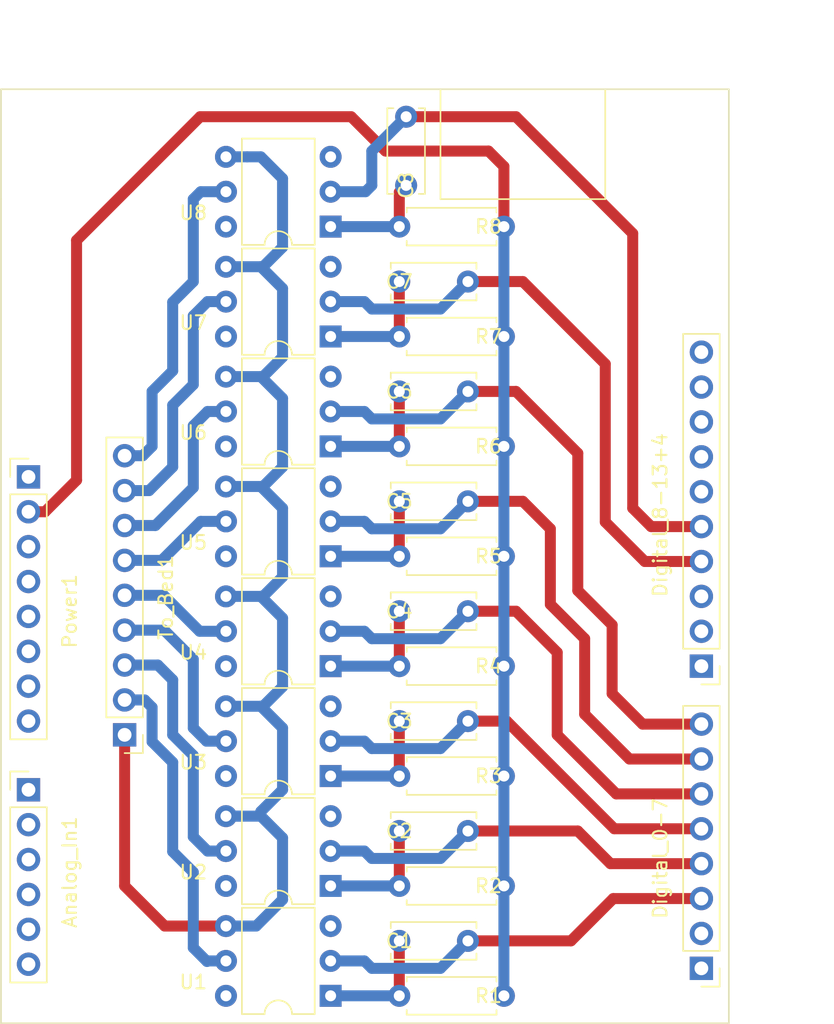
<source format=kicad_pcb>
(kicad_pcb (version 20171130) (host pcbnew 5.1.4)

  (general
    (thickness 1.6)
    (drawings 15)
    (tracks 198)
    (zones 0)
    (modules 29)
    (nets 66)
  )

  (page A4)
  (title_block
    (title "Arduino shield de control para camas Pettinari PM Millennium")
    (date 2019-05-30)
    (rev 1.0)
    (company "Laboratorio de Investigación en Neurociencias y Tecnología (LINTEC)")
    (comment 1 "Copyright (c) 2019, CONICET, UNT, SIPROSA")
  )

  (layers
    (0 F.Cu signal)
    (31 B.Cu signal)
    (32 B.Adhes user)
    (33 F.Adhes user)
    (34 B.Paste user)
    (35 F.Paste user)
    (36 B.SilkS user)
    (37 F.SilkS user)
    (38 B.Mask user)
    (39 F.Mask user)
    (40 Dwgs.User user)
    (41 Cmts.User user)
    (42 Eco1.User user)
    (43 Eco2.User user)
    (44 Edge.Cuts user)
    (45 Margin user)
    (46 B.CrtYd user)
    (47 F.CrtYd user)
    (48 B.Fab user)
    (49 F.Fab user hide)
  )

  (setup
    (last_trace_width 0.25)
    (user_trace_width 0.8)
    (user_trace_width 1.6)
    (user_trace_width 2)
    (trace_clearance 0.2)
    (zone_clearance 0.508)
    (zone_45_only no)
    (trace_min 0.2)
    (via_size 0.8)
    (via_drill 0.4)
    (via_min_size 0.4)
    (via_min_drill 0.3)
    (user_via 1.6 0.8)
    (uvia_size 0.3)
    (uvia_drill 0.1)
    (uvias_allowed no)
    (uvia_min_size 0.2)
    (uvia_min_drill 0.1)
    (edge_width 0.05)
    (segment_width 0.2)
    (pcb_text_width 0.3)
    (pcb_text_size 1.5 1.5)
    (mod_edge_width 0.12)
    (mod_text_size 1 1)
    (mod_text_width 0.15)
    (pad_size 1.524 1.524)
    (pad_drill 0.762)
    (pad_to_mask_clearance 0.051)
    (solder_mask_min_width 0.25)
    (aux_axis_origin 0 0)
    (visible_elements 7FFFFFFF)
    (pcbplotparams
      (layerselection 0x010fc_ffffffff)
      (usegerberextensions false)
      (usegerberattributes false)
      (usegerberadvancedattributes false)
      (creategerberjobfile false)
      (excludeedgelayer true)
      (linewidth 0.100000)
      (plotframeref false)
      (viasonmask false)
      (mode 1)
      (useauxorigin false)
      (hpglpennumber 1)
      (hpglpenspeed 20)
      (hpglpendiameter 15.000000)
      (psnegative false)
      (psa4output false)
      (plotreference true)
      (plotvalue true)
      (plotinvisibletext false)
      (padsonsilk false)
      (subtractmaskfromsilk false)
      (outputformat 1)
      (mirror false)
      (drillshape 1)
      (scaleselection 1)
      (outputdirectory ""))
  )

  (net 0 "")
  (net 1 "Net-(Analog_In1-Pad1)")
  (net 2 "Net-(Analog_In1-Pad2)")
  (net 3 "Net-(Analog_In1-Pad3)")
  (net 4 "Net-(Analog_In1-Pad4)")
  (net 5 "Net-(Analog_In1-Pad5)")
  (net 6 "Net-(Analog_In1-Pad6)")
  (net 7 "Net-(C1-Pad2)")
  (net 8 "Net-(C1-Pad1)")
  (net 9 "Net-(C2-Pad1)")
  (net 10 "Net-(C2-Pad2)")
  (net 11 "Net-(C3-Pad2)")
  (net 12 "Net-(C3-Pad1)")
  (net 13 "Net-(C4-Pad2)")
  (net 14 "Net-(C4-Pad1)")
  (net 15 "Net-(C5-Pad1)")
  (net 16 "Net-(C5-Pad2)")
  (net 17 "Net-(C6-Pad2)")
  (net 18 "Net-(C6-Pad1)")
  (net 19 "Net-(C7-Pad1)")
  (net 20 "Net-(C7-Pad2)")
  (net 21 "Net-(C8-Pad1)")
  (net 22 "Net-(C8-Pad2)")
  (net 23 "Net-(Digital_0-7-Pad1)")
  (net 24 "Net-(Digital_0-7-Pad2)")
  (net 25 "Net-(Digital_8-13+4-Pad1)")
  (net 26 "Net-(Digital_8-13+4-Pad2)")
  (net 27 "Net-(Digital_8-13+4-Pad3)")
  (net 28 "Net-(Digital_8-13+4-Pad6)")
  (net 29 "Net-(Digital_8-13+4-Pad7)")
  (net 30 "Net-(Digital_8-13+4-Pad8)")
  (net 31 "Net-(Digital_8-13+4-Pad9)")
  (net 32 "Net-(Digital_8-13+4-Pad10)")
  (net 33 "Net-(Power1-Pad8)")
  (net 34 "Net-(Power1-Pad7)")
  (net 35 "Net-(Power1-Pad6)")
  (net 36 "Net-(Power1-Pad5)")
  (net 37 "Net-(Power1-Pad4)")
  (net 38 "Net-(Power1-Pad3)")
  (net 39 "Net-(Power1-Pad2)")
  (net 40 "Net-(Power1-Pad1)")
  (net 41 "Net-(To_Bed1-Pad1)")
  (net 42 "Net-(To_Bed1-Pad2)")
  (net 43 "Net-(To_Bed1-Pad3)")
  (net 44 "Net-(To_Bed1-Pad4)")
  (net 45 "Net-(To_Bed1-Pad5)")
  (net 46 "Net-(To_Bed1-Pad6)")
  (net 47 "Net-(To_Bed1-Pad7)")
  (net 48 "Net-(To_Bed1-Pad8)")
  (net 49 "Net-(To_Bed1-Pad9)")
  (net 50 "Net-(U1-Pad3)")
  (net 51 "Net-(U1-Pad6)")
  (net 52 "Net-(U2-Pad6)")
  (net 53 "Net-(U2-Pad3)")
  (net 54 "Net-(U3-Pad6)")
  (net 55 "Net-(U3-Pad3)")
  (net 56 "Net-(U4-Pad3)")
  (net 57 "Net-(U4-Pad6)")
  (net 58 "Net-(U5-Pad3)")
  (net 59 "Net-(U5-Pad6)")
  (net 60 "Net-(U6-Pad6)")
  (net 61 "Net-(U6-Pad3)")
  (net 62 "Net-(U7-Pad3)")
  (net 63 "Net-(U7-Pad6)")
  (net 64 "Net-(U8-Pad6)")
  (net 65 "Net-(U8-Pad3)")

  (net_class Default "Esta es la clase de red por defecto."
    (clearance 0.2)
    (trace_width 0.25)
    (via_dia 0.8)
    (via_drill 0.4)
    (uvia_dia 0.3)
    (uvia_drill 0.1)
    (add_net "Net-(Analog_In1-Pad1)")
    (add_net "Net-(Analog_In1-Pad2)")
    (add_net "Net-(Analog_In1-Pad3)")
    (add_net "Net-(Analog_In1-Pad4)")
    (add_net "Net-(Analog_In1-Pad5)")
    (add_net "Net-(Analog_In1-Pad6)")
    (add_net "Net-(C1-Pad1)")
    (add_net "Net-(C1-Pad2)")
    (add_net "Net-(C2-Pad1)")
    (add_net "Net-(C2-Pad2)")
    (add_net "Net-(C3-Pad1)")
    (add_net "Net-(C3-Pad2)")
    (add_net "Net-(C4-Pad1)")
    (add_net "Net-(C4-Pad2)")
    (add_net "Net-(C5-Pad1)")
    (add_net "Net-(C5-Pad2)")
    (add_net "Net-(C6-Pad1)")
    (add_net "Net-(C6-Pad2)")
    (add_net "Net-(C7-Pad1)")
    (add_net "Net-(C7-Pad2)")
    (add_net "Net-(C8-Pad1)")
    (add_net "Net-(C8-Pad2)")
    (add_net "Net-(Digital_0-7-Pad1)")
    (add_net "Net-(Digital_0-7-Pad2)")
    (add_net "Net-(Digital_8-13+4-Pad1)")
    (add_net "Net-(Digital_8-13+4-Pad10)")
    (add_net "Net-(Digital_8-13+4-Pad2)")
    (add_net "Net-(Digital_8-13+4-Pad3)")
    (add_net "Net-(Digital_8-13+4-Pad6)")
    (add_net "Net-(Digital_8-13+4-Pad7)")
    (add_net "Net-(Digital_8-13+4-Pad8)")
    (add_net "Net-(Digital_8-13+4-Pad9)")
    (add_net "Net-(Power1-Pad1)")
    (add_net "Net-(Power1-Pad2)")
    (add_net "Net-(Power1-Pad3)")
    (add_net "Net-(Power1-Pad4)")
    (add_net "Net-(Power1-Pad5)")
    (add_net "Net-(Power1-Pad6)")
    (add_net "Net-(Power1-Pad7)")
    (add_net "Net-(Power1-Pad8)")
    (add_net "Net-(To_Bed1-Pad1)")
    (add_net "Net-(To_Bed1-Pad2)")
    (add_net "Net-(To_Bed1-Pad3)")
    (add_net "Net-(To_Bed1-Pad4)")
    (add_net "Net-(To_Bed1-Pad5)")
    (add_net "Net-(To_Bed1-Pad6)")
    (add_net "Net-(To_Bed1-Pad7)")
    (add_net "Net-(To_Bed1-Pad8)")
    (add_net "Net-(To_Bed1-Pad9)")
    (add_net "Net-(U1-Pad3)")
    (add_net "Net-(U1-Pad6)")
    (add_net "Net-(U2-Pad3)")
    (add_net "Net-(U2-Pad6)")
    (add_net "Net-(U3-Pad3)")
    (add_net "Net-(U3-Pad6)")
    (add_net "Net-(U4-Pad3)")
    (add_net "Net-(U4-Pad6)")
    (add_net "Net-(U5-Pad3)")
    (add_net "Net-(U5-Pad6)")
    (add_net "Net-(U6-Pad3)")
    (add_net "Net-(U6-Pad6)")
    (add_net "Net-(U7-Pad3)")
    (add_net "Net-(U7-Pad6)")
    (add_net "Net-(U8-Pad3)")
    (add_net "Net-(U8-Pad6)")
  )

  (module Capacitor_THT:C_Disc_D6.0mm_W2.5mm_P5.00mm (layer F.Cu) (tedit 5AE50EF0) (tstamp 5CF0152D)
    (at 146 94)
    (descr "C, Disc series, Radial, pin pitch=5.00mm, , diameter*width=6*2.5mm^2, Capacitor, http://cdn-reichelt.de/documents/datenblatt/B300/DS_KERKO_TC.pdf")
    (tags "C Disc series Radial pin pitch 5.00mm  diameter 6mm width 2.5mm Capacitor")
    (path /5CE96BD8)
    (fp_text reference C1 (at 0 0) (layer F.SilkS)
      (effects (font (size 1 1) (thickness 0.15)))
    )
    (fp_text value 100nF (at 2.5 0) (layer F.Fab)
      (effects (font (size 1 1) (thickness 0.15)))
    )
    (fp_text user %R (at -2 0) (layer F.Fab)
      (effects (font (size 1 1) (thickness 0.15)))
    )
    (fp_line (start 6.05 -1.5) (end -1.05 -1.5) (layer F.CrtYd) (width 0.05))
    (fp_line (start 6.05 1.5) (end 6.05 -1.5) (layer F.CrtYd) (width 0.05))
    (fp_line (start -1.05 1.5) (end 6.05 1.5) (layer F.CrtYd) (width 0.05))
    (fp_line (start -1.05 -1.5) (end -1.05 1.5) (layer F.CrtYd) (width 0.05))
    (fp_line (start 5.62 0.925) (end 5.62 1.37) (layer F.SilkS) (width 0.12))
    (fp_line (start 5.62 -1.37) (end 5.62 -0.925) (layer F.SilkS) (width 0.12))
    (fp_line (start -0.62 0.925) (end -0.62 1.37) (layer F.SilkS) (width 0.12))
    (fp_line (start -0.62 -1.37) (end -0.62 -0.925) (layer F.SilkS) (width 0.12))
    (fp_line (start -0.62 1.37) (end 5.62 1.37) (layer F.SilkS) (width 0.12))
    (fp_line (start -0.62 -1.37) (end 5.62 -1.37) (layer F.SilkS) (width 0.12))
    (fp_line (start 5.5 -1.25) (end -0.5 -1.25) (layer F.Fab) (width 0.1))
    (fp_line (start 5.5 1.25) (end 5.5 -1.25) (layer F.Fab) (width 0.1))
    (fp_line (start -0.5 1.25) (end 5.5 1.25) (layer F.Fab) (width 0.1))
    (fp_line (start -0.5 -1.25) (end -0.5 1.25) (layer F.Fab) (width 0.1))
    (pad 2 thru_hole circle (at 5 0) (size 1.6 1.6) (drill 0.8) (layers *.Cu *.Mask)
      (net 7 "Net-(C1-Pad2)"))
    (pad 1 thru_hole circle (at 0 0) (size 1.6 1.6) (drill 0.8) (layers *.Cu *.Mask)
      (net 8 "Net-(C1-Pad1)"))
    (model ${KISYS3DMOD}/Capacitor_THT.3dshapes/C_Disc_D6.0mm_W2.5mm_P5.00mm.wrl
      (at (xyz 0 0 0))
      (scale (xyz 1 1 1))
      (rotate (xyz 0 0 0))
    )
  )

  (module Capacitor_THT:C_Disc_D6.0mm_W2.5mm_P5.00mm (layer F.Cu) (tedit 5AE50EF0) (tstamp 5CF01542)
    (at 146 86)
    (descr "C, Disc series, Radial, pin pitch=5.00mm, , diameter*width=6*2.5mm^2, Capacitor, http://cdn-reichelt.de/documents/datenblatt/B300/DS_KERKO_TC.pdf")
    (tags "C Disc series Radial pin pitch 5.00mm  diameter 6mm width 2.5mm Capacitor")
    (path /5CE965F5)
    (fp_text reference C2 (at 0 0) (layer F.SilkS)
      (effects (font (size 1 1) (thickness 0.15)))
    )
    (fp_text value 100nF (at 2.5 0) (layer F.Fab)
      (effects (font (size 1 1) (thickness 0.15)))
    )
    (fp_text user %R (at -2 0) (layer F.Fab)
      (effects (font (size 1 1) (thickness 0.15)))
    )
    (fp_line (start 6.05 -1.5) (end -1.05 -1.5) (layer F.CrtYd) (width 0.05))
    (fp_line (start 6.05 1.5) (end 6.05 -1.5) (layer F.CrtYd) (width 0.05))
    (fp_line (start -1.05 1.5) (end 6.05 1.5) (layer F.CrtYd) (width 0.05))
    (fp_line (start -1.05 -1.5) (end -1.05 1.5) (layer F.CrtYd) (width 0.05))
    (fp_line (start 5.62 0.925) (end 5.62 1.37) (layer F.SilkS) (width 0.12))
    (fp_line (start 5.62 -1.37) (end 5.62 -0.925) (layer F.SilkS) (width 0.12))
    (fp_line (start -0.62 0.925) (end -0.62 1.37) (layer F.SilkS) (width 0.12))
    (fp_line (start -0.62 -1.37) (end -0.62 -0.925) (layer F.SilkS) (width 0.12))
    (fp_line (start -0.62 1.37) (end 5.62 1.37) (layer F.SilkS) (width 0.12))
    (fp_line (start -0.62 -1.37) (end 5.62 -1.37) (layer F.SilkS) (width 0.12))
    (fp_line (start 5.5 -1.25) (end -0.5 -1.25) (layer F.Fab) (width 0.1))
    (fp_line (start 5.5 1.25) (end 5.5 -1.25) (layer F.Fab) (width 0.1))
    (fp_line (start -0.5 1.25) (end 5.5 1.25) (layer F.Fab) (width 0.1))
    (fp_line (start -0.5 -1.25) (end -0.5 1.25) (layer F.Fab) (width 0.1))
    (pad 2 thru_hole circle (at 5 0) (size 1.6 1.6) (drill 0.8) (layers *.Cu *.Mask)
      (net 10 "Net-(C2-Pad2)"))
    (pad 1 thru_hole circle (at 0 0) (size 1.6 1.6) (drill 0.8) (layers *.Cu *.Mask)
      (net 9 "Net-(C2-Pad1)"))
    (model ${KISYS3DMOD}/Capacitor_THT.3dshapes/C_Disc_D6.0mm_W2.5mm_P5.00mm.wrl
      (at (xyz 0 0 0))
      (scale (xyz 1 1 1))
      (rotate (xyz 0 0 0))
    )
  )

  (module Capacitor_THT:C_Disc_D6.0mm_W2.5mm_P5.00mm (layer F.Cu) (tedit 5AE50EF0) (tstamp 5CF01557)
    (at 146 78)
    (descr "C, Disc series, Radial, pin pitch=5.00mm, , diameter*width=6*2.5mm^2, Capacitor, http://cdn-reichelt.de/documents/datenblatt/B300/DS_KERKO_TC.pdf")
    (tags "C Disc series Radial pin pitch 5.00mm  diameter 6mm width 2.5mm Capacitor")
    (path /5CE960B6)
    (fp_text reference C3 (at 0 0) (layer F.SilkS)
      (effects (font (size 1 1) (thickness 0.15)))
    )
    (fp_text value 100nF (at 2.5 0) (layer F.Fab)
      (effects (font (size 1 1) (thickness 0.15)))
    )
    (fp_line (start -0.5 -1.25) (end -0.5 1.25) (layer F.Fab) (width 0.1))
    (fp_line (start -0.5 1.25) (end 5.5 1.25) (layer F.Fab) (width 0.1))
    (fp_line (start 5.5 1.25) (end 5.5 -1.25) (layer F.Fab) (width 0.1))
    (fp_line (start 5.5 -1.25) (end -0.5 -1.25) (layer F.Fab) (width 0.1))
    (fp_line (start -0.62 -1.37) (end 5.62 -1.37) (layer F.SilkS) (width 0.12))
    (fp_line (start -0.62 1.37) (end 5.62 1.37) (layer F.SilkS) (width 0.12))
    (fp_line (start -0.62 -1.37) (end -0.62 -0.925) (layer F.SilkS) (width 0.12))
    (fp_line (start -0.62 0.925) (end -0.62 1.37) (layer F.SilkS) (width 0.12))
    (fp_line (start 5.62 -1.37) (end 5.62 -0.925) (layer F.SilkS) (width 0.12))
    (fp_line (start 5.62 0.925) (end 5.62 1.37) (layer F.SilkS) (width 0.12))
    (fp_line (start -1.05 -1.5) (end -1.05 1.5) (layer F.CrtYd) (width 0.05))
    (fp_line (start -1.05 1.5) (end 6.05 1.5) (layer F.CrtYd) (width 0.05))
    (fp_line (start 6.05 1.5) (end 6.05 -1.5) (layer F.CrtYd) (width 0.05))
    (fp_line (start 6.05 -1.5) (end -1.05 -1.5) (layer F.CrtYd) (width 0.05))
    (fp_text user %R (at -2 0) (layer F.Fab)
      (effects (font (size 1 1) (thickness 0.15)))
    )
    (pad 1 thru_hole circle (at 0 0) (size 1.6 1.6) (drill 0.8) (layers *.Cu *.Mask)
      (net 12 "Net-(C3-Pad1)"))
    (pad 2 thru_hole circle (at 5 0) (size 1.6 1.6) (drill 0.8) (layers *.Cu *.Mask)
      (net 11 "Net-(C3-Pad2)"))
    (model ${KISYS3DMOD}/Capacitor_THT.3dshapes/C_Disc_D6.0mm_W2.5mm_P5.00mm.wrl
      (at (xyz 0 0 0))
      (scale (xyz 1 1 1))
      (rotate (xyz 0 0 0))
    )
  )

  (module Capacitor_THT:C_Disc_D6.0mm_W2.5mm_P5.00mm (layer F.Cu) (tedit 5AE50EF0) (tstamp 5CF0156C)
    (at 146 70)
    (descr "C, Disc series, Radial, pin pitch=5.00mm, , diameter*width=6*2.5mm^2, Capacitor, http://cdn-reichelt.de/documents/datenblatt/B300/DS_KERKO_TC.pdf")
    (tags "C Disc series Radial pin pitch 5.00mm  diameter 6mm width 2.5mm Capacitor")
    (path /5CE95C53)
    (fp_text reference C4 (at 0 0) (layer F.SilkS)
      (effects (font (size 1 1) (thickness 0.15)))
    )
    (fp_text value 100nF (at 2.5 0) (layer F.Fab)
      (effects (font (size 1 1) (thickness 0.15)))
    )
    (fp_text user %R (at -2 0) (layer F.Fab)
      (effects (font (size 1 1) (thickness 0.15)))
    )
    (fp_line (start 6.05 -1.5) (end -1.05 -1.5) (layer F.CrtYd) (width 0.05))
    (fp_line (start 6.05 1.5) (end 6.05 -1.5) (layer F.CrtYd) (width 0.05))
    (fp_line (start -1.05 1.5) (end 6.05 1.5) (layer F.CrtYd) (width 0.05))
    (fp_line (start -1.05 -1.5) (end -1.05 1.5) (layer F.CrtYd) (width 0.05))
    (fp_line (start 5.62 0.925) (end 5.62 1.37) (layer F.SilkS) (width 0.12))
    (fp_line (start 5.62 -1.37) (end 5.62 -0.925) (layer F.SilkS) (width 0.12))
    (fp_line (start -0.62 0.925) (end -0.62 1.37) (layer F.SilkS) (width 0.12))
    (fp_line (start -0.62 -1.37) (end -0.62 -0.925) (layer F.SilkS) (width 0.12))
    (fp_line (start -0.62 1.37) (end 5.62 1.37) (layer F.SilkS) (width 0.12))
    (fp_line (start -0.62 -1.37) (end 5.62 -1.37) (layer F.SilkS) (width 0.12))
    (fp_line (start 5.5 -1.25) (end -0.5 -1.25) (layer F.Fab) (width 0.1))
    (fp_line (start 5.5 1.25) (end 5.5 -1.25) (layer F.Fab) (width 0.1))
    (fp_line (start -0.5 1.25) (end 5.5 1.25) (layer F.Fab) (width 0.1))
    (fp_line (start -0.5 -1.25) (end -0.5 1.25) (layer F.Fab) (width 0.1))
    (pad 2 thru_hole circle (at 5 0) (size 1.6 1.6) (drill 0.8) (layers *.Cu *.Mask)
      (net 13 "Net-(C4-Pad2)"))
    (pad 1 thru_hole circle (at 0 0) (size 1.6 1.6) (drill 0.8) (layers *.Cu *.Mask)
      (net 14 "Net-(C4-Pad1)"))
    (model ${KISYS3DMOD}/Capacitor_THT.3dshapes/C_Disc_D6.0mm_W2.5mm_P5.00mm.wrl
      (at (xyz 0 0 0))
      (scale (xyz 1 1 1))
      (rotate (xyz 0 0 0))
    )
  )

  (module Capacitor_THT:C_Disc_D6.0mm_W2.5mm_P5.00mm (layer F.Cu) (tedit 5AE50EF0) (tstamp 5CF01581)
    (at 146 62)
    (descr "C, Disc series, Radial, pin pitch=5.00mm, , diameter*width=6*2.5mm^2, Capacitor, http://cdn-reichelt.de/documents/datenblatt/B300/DS_KERKO_TC.pdf")
    (tags "C Disc series Radial pin pitch 5.00mm  diameter 6mm width 2.5mm Capacitor")
    (path /5CE95009)
    (fp_text reference C5 (at 0 0) (layer F.SilkS)
      (effects (font (size 1 1) (thickness 0.15)))
    )
    (fp_text value 100nF (at 2.5 0) (layer F.Fab)
      (effects (font (size 1 1) (thickness 0.15)))
    )
    (fp_text user %R (at -2 0) (layer F.Fab)
      (effects (font (size 1 1) (thickness 0.15)))
    )
    (fp_line (start 6.05 -1.5) (end -1.05 -1.5) (layer F.CrtYd) (width 0.05))
    (fp_line (start 6.05 1.5) (end 6.05 -1.5) (layer F.CrtYd) (width 0.05))
    (fp_line (start -1.05 1.5) (end 6.05 1.5) (layer F.CrtYd) (width 0.05))
    (fp_line (start -1.05 -1.5) (end -1.05 1.5) (layer F.CrtYd) (width 0.05))
    (fp_line (start 5.62 0.925) (end 5.62 1.37) (layer F.SilkS) (width 0.12))
    (fp_line (start 5.62 -1.37) (end 5.62 -0.925) (layer F.SilkS) (width 0.12))
    (fp_line (start -0.62 0.925) (end -0.62 1.37) (layer F.SilkS) (width 0.12))
    (fp_line (start -0.62 -1.37) (end -0.62 -0.925) (layer F.SilkS) (width 0.12))
    (fp_line (start -0.62 1.37) (end 5.62 1.37) (layer F.SilkS) (width 0.12))
    (fp_line (start -0.62 -1.37) (end 5.62 -1.37) (layer F.SilkS) (width 0.12))
    (fp_line (start 5.5 -1.25) (end -0.5 -1.25) (layer F.Fab) (width 0.1))
    (fp_line (start 5.5 1.25) (end 5.5 -1.25) (layer F.Fab) (width 0.1))
    (fp_line (start -0.5 1.25) (end 5.5 1.25) (layer F.Fab) (width 0.1))
    (fp_line (start -0.5 -1.25) (end -0.5 1.25) (layer F.Fab) (width 0.1))
    (pad 2 thru_hole circle (at 5 0) (size 1.6 1.6) (drill 0.8) (layers *.Cu *.Mask)
      (net 16 "Net-(C5-Pad2)"))
    (pad 1 thru_hole circle (at 0 0) (size 1.6 1.6) (drill 0.8) (layers *.Cu *.Mask)
      (net 15 "Net-(C5-Pad1)"))
    (model ${KISYS3DMOD}/Capacitor_THT.3dshapes/C_Disc_D6.0mm_W2.5mm_P5.00mm.wrl
      (at (xyz 0 0 0))
      (scale (xyz 1 1 1))
      (rotate (xyz 0 0 0))
    )
  )

  (module Capacitor_THT:C_Disc_D6.0mm_W2.5mm_P5.00mm (layer F.Cu) (tedit 5AE50EF0) (tstamp 5CF01596)
    (at 146 54)
    (descr "C, Disc series, Radial, pin pitch=5.00mm, , diameter*width=6*2.5mm^2, Capacitor, http://cdn-reichelt.de/documents/datenblatt/B300/DS_KERKO_TC.pdf")
    (tags "C Disc series Radial pin pitch 5.00mm  diameter 6mm width 2.5mm Capacitor")
    (path /5CE9480F)
    (fp_text reference C6 (at 0 0) (layer F.SilkS)
      (effects (font (size 1 1) (thickness 0.15)))
    )
    (fp_text value 100nF (at 2.5 0) (layer F.Fab)
      (effects (font (size 1 1) (thickness 0.15)))
    )
    (fp_line (start -0.5 -1.25) (end -0.5 1.25) (layer F.Fab) (width 0.1))
    (fp_line (start -0.5 1.25) (end 5.5 1.25) (layer F.Fab) (width 0.1))
    (fp_line (start 5.5 1.25) (end 5.5 -1.25) (layer F.Fab) (width 0.1))
    (fp_line (start 5.5 -1.25) (end -0.5 -1.25) (layer F.Fab) (width 0.1))
    (fp_line (start -0.62 -1.37) (end 5.62 -1.37) (layer F.SilkS) (width 0.12))
    (fp_line (start -0.62 1.37) (end 5.62 1.37) (layer F.SilkS) (width 0.12))
    (fp_line (start -0.62 -1.37) (end -0.62 -0.925) (layer F.SilkS) (width 0.12))
    (fp_line (start -0.62 0.925) (end -0.62 1.37) (layer F.SilkS) (width 0.12))
    (fp_line (start 5.62 -1.37) (end 5.62 -0.925) (layer F.SilkS) (width 0.12))
    (fp_line (start 5.62 0.925) (end 5.62 1.37) (layer F.SilkS) (width 0.12))
    (fp_line (start -1.05 -1.5) (end -1.05 1.5) (layer F.CrtYd) (width 0.05))
    (fp_line (start -1.05 1.5) (end 6.05 1.5) (layer F.CrtYd) (width 0.05))
    (fp_line (start 6.05 1.5) (end 6.05 -1.5) (layer F.CrtYd) (width 0.05))
    (fp_line (start 6.05 -1.5) (end -1.05 -1.5) (layer F.CrtYd) (width 0.05))
    (fp_text user %R (at -2 0) (layer F.Fab)
      (effects (font (size 1 1) (thickness 0.15)))
    )
    (pad 1 thru_hole circle (at 0 0) (size 1.6 1.6) (drill 0.8) (layers *.Cu *.Mask)
      (net 18 "Net-(C6-Pad1)"))
    (pad 2 thru_hole circle (at 5 0) (size 1.6 1.6) (drill 0.8) (layers *.Cu *.Mask)
      (net 17 "Net-(C6-Pad2)"))
    (model ${KISYS3DMOD}/Capacitor_THT.3dshapes/C_Disc_D6.0mm_W2.5mm_P5.00mm.wrl
      (at (xyz 0 0 0))
      (scale (xyz 1 1 1))
      (rotate (xyz 0 0 0))
    )
  )

  (module Capacitor_THT:C_Disc_D6.0mm_W2.5mm_P5.00mm (layer F.Cu) (tedit 5AE50EF0) (tstamp 5CF015AB)
    (at 146 46)
    (descr "C, Disc series, Radial, pin pitch=5.00mm, , diameter*width=6*2.5mm^2, Capacitor, http://cdn-reichelt.de/documents/datenblatt/B300/DS_KERKO_TC.pdf")
    (tags "C Disc series Radial pin pitch 5.00mm  diameter 6mm width 2.5mm Capacitor")
    (path /5CE94018)
    (fp_text reference C7 (at 0 0) (layer F.SilkS)
      (effects (font (size 1 1) (thickness 0.15)))
    )
    (fp_text value 100nF (at 2.5 0) (layer F.Fab)
      (effects (font (size 1 1) (thickness 0.15)))
    )
    (fp_line (start -0.5 -1.25) (end -0.5 1.25) (layer F.Fab) (width 0.1))
    (fp_line (start -0.5 1.25) (end 5.5 1.25) (layer F.Fab) (width 0.1))
    (fp_line (start 5.5 1.25) (end 5.5 -1.25) (layer F.Fab) (width 0.1))
    (fp_line (start 5.5 -1.25) (end -0.5 -1.25) (layer F.Fab) (width 0.1))
    (fp_line (start -0.62 -1.37) (end 5.62 -1.37) (layer F.SilkS) (width 0.12))
    (fp_line (start -0.62 1.37) (end 5.62 1.37) (layer F.SilkS) (width 0.12))
    (fp_line (start -0.62 -1.37) (end -0.62 -0.925) (layer F.SilkS) (width 0.12))
    (fp_line (start -0.62 0.925) (end -0.62 1.37) (layer F.SilkS) (width 0.12))
    (fp_line (start 5.62 -1.37) (end 5.62 -0.925) (layer F.SilkS) (width 0.12))
    (fp_line (start 5.62 0.925) (end 5.62 1.37) (layer F.SilkS) (width 0.12))
    (fp_line (start -1.05 -1.5) (end -1.05 1.5) (layer F.CrtYd) (width 0.05))
    (fp_line (start -1.05 1.5) (end 6.05 1.5) (layer F.CrtYd) (width 0.05))
    (fp_line (start 6.05 1.5) (end 6.05 -1.5) (layer F.CrtYd) (width 0.05))
    (fp_line (start 6.05 -1.5) (end -1.05 -1.5) (layer F.CrtYd) (width 0.05))
    (fp_text user %R (at -2 0) (layer F.Fab)
      (effects (font (size 1 1) (thickness 0.15)))
    )
    (pad 1 thru_hole circle (at 0 0) (size 1.6 1.6) (drill 0.8) (layers *.Cu *.Mask)
      (net 19 "Net-(C7-Pad1)"))
    (pad 2 thru_hole circle (at 5 0) (size 1.6 1.6) (drill 0.8) (layers *.Cu *.Mask)
      (net 20 "Net-(C7-Pad2)"))
    (model ${KISYS3DMOD}/Capacitor_THT.3dshapes/C_Disc_D6.0mm_W2.5mm_P5.00mm.wrl
      (at (xyz 0 0 0))
      (scale (xyz 1 1 1))
      (rotate (xyz 0 0 0))
    )
  )

  (module Capacitor_THT:C_Disc_D6.0mm_W2.5mm_P5.00mm (layer F.Cu) (tedit 5AE50EF0) (tstamp 5CF015C0)
    (at 146.5 39 90)
    (descr "C, Disc series, Radial, pin pitch=5.00mm, , diameter*width=6*2.5mm^2, Capacitor, http://cdn-reichelt.de/documents/datenblatt/B300/DS_KERKO_TC.pdf")
    (tags "C Disc series Radial pin pitch 5.00mm  diameter 6mm width 2.5mm Capacitor")
    (path /5CE97915)
    (fp_text reference C8 (at 0 0 90) (layer F.SilkS)
      (effects (font (size 1 1) (thickness 0.15)))
    )
    (fp_text value 100nF (at 2.5 0 90) (layer F.Fab)
      (effects (font (size 1 1) (thickness 0.15)))
    )
    (fp_line (start -0.5 -1.25) (end -0.5 1.25) (layer F.Fab) (width 0.1))
    (fp_line (start -0.5 1.25) (end 5.5 1.25) (layer F.Fab) (width 0.1))
    (fp_line (start 5.5 1.25) (end 5.5 -1.25) (layer F.Fab) (width 0.1))
    (fp_line (start 5.5 -1.25) (end -0.5 -1.25) (layer F.Fab) (width 0.1))
    (fp_line (start -0.62 -1.37) (end 5.62 -1.37) (layer F.SilkS) (width 0.12))
    (fp_line (start -0.62 1.37) (end 5.62 1.37) (layer F.SilkS) (width 0.12))
    (fp_line (start -0.62 -1.37) (end -0.62 -0.925) (layer F.SilkS) (width 0.12))
    (fp_line (start -0.62 0.925) (end -0.62 1.37) (layer F.SilkS) (width 0.12))
    (fp_line (start 5.62 -1.37) (end 5.62 -0.925) (layer F.SilkS) (width 0.12))
    (fp_line (start 5.62 0.925) (end 5.62 1.37) (layer F.SilkS) (width 0.12))
    (fp_line (start -1.05 -1.5) (end -1.05 1.5) (layer F.CrtYd) (width 0.05))
    (fp_line (start -1.05 1.5) (end 6.05 1.5) (layer F.CrtYd) (width 0.05))
    (fp_line (start 6.05 1.5) (end 6.05 -1.5) (layer F.CrtYd) (width 0.05))
    (fp_line (start 6.05 -1.5) (end -1.05 -1.5) (layer F.CrtYd) (width 0.05))
    (fp_text user %R (at 0 -2.5 90) (layer F.Fab)
      (effects (font (size 1 1) (thickness 0.15)))
    )
    (pad 1 thru_hole circle (at 0 0 90) (size 1.6 1.6) (drill 0.8) (layers *.Cu *.Mask)
      (net 21 "Net-(C8-Pad1)"))
    (pad 2 thru_hole circle (at 5 0 90) (size 1.6 1.6) (drill 0.8) (layers *.Cu *.Mask)
      (net 22 "Net-(C8-Pad2)"))
    (model ${KISYS3DMOD}/Capacitor_THT.3dshapes/C_Disc_D6.0mm_W2.5mm_P5.00mm.wrl
      (at (xyz 0 0 0))
      (scale (xyz 1 1 1))
      (rotate (xyz 0 0 0))
    )
  )

  (module Resistor_THT:R_Axial_DIN0207_L6.3mm_D2.5mm_P7.62mm_Horizontal (layer F.Cu) (tedit 5AE5139B) (tstamp 5CF01633)
    (at 153.62 98 180)
    (descr "Resistor, Axial_DIN0207 series, Axial, Horizontal, pin pitch=7.62mm, 0.25W = 1/4W, length*diameter=6.3*2.5mm^2, http://cdn-reichelt.de/documents/datenblatt/B400/1_4W%23YAG.pdf")
    (tags "Resistor Axial_DIN0207 series Axial Horizontal pin pitch 7.62mm 0.25W = 1/4W length 6.3mm diameter 2.5mm")
    (path /5CEC9F0B)
    (fp_text reference R1 (at 1.12 0) (layer F.SilkS)
      (effects (font (size 1 1) (thickness 0.15)))
    )
    (fp_text value 560 (at 4.12 0) (layer F.Fab)
      (effects (font (size 1 1) (thickness 0.15)))
    )
    (fp_text user %R (at 9.62 0) (layer F.Fab)
      (effects (font (size 1 1) (thickness 0.15)))
    )
    (fp_line (start 8.67 -1.5) (end -1.05 -1.5) (layer F.CrtYd) (width 0.05))
    (fp_line (start 8.67 1.5) (end 8.67 -1.5) (layer F.CrtYd) (width 0.05))
    (fp_line (start -1.05 1.5) (end 8.67 1.5) (layer F.CrtYd) (width 0.05))
    (fp_line (start -1.05 -1.5) (end -1.05 1.5) (layer F.CrtYd) (width 0.05))
    (fp_line (start 7.08 1.37) (end 7.08 1.04) (layer F.SilkS) (width 0.12))
    (fp_line (start 0.54 1.37) (end 7.08 1.37) (layer F.SilkS) (width 0.12))
    (fp_line (start 0.54 1.04) (end 0.54 1.37) (layer F.SilkS) (width 0.12))
    (fp_line (start 7.08 -1.37) (end 7.08 -1.04) (layer F.SilkS) (width 0.12))
    (fp_line (start 0.54 -1.37) (end 7.08 -1.37) (layer F.SilkS) (width 0.12))
    (fp_line (start 0.54 -1.04) (end 0.54 -1.37) (layer F.SilkS) (width 0.12))
    (fp_line (start 7.62 0) (end 6.96 0) (layer F.Fab) (width 0.1))
    (fp_line (start 0 0) (end 0.66 0) (layer F.Fab) (width 0.1))
    (fp_line (start 6.96 -1.25) (end 0.66 -1.25) (layer F.Fab) (width 0.1))
    (fp_line (start 6.96 1.25) (end 6.96 -1.25) (layer F.Fab) (width 0.1))
    (fp_line (start 0.66 1.25) (end 6.96 1.25) (layer F.Fab) (width 0.1))
    (fp_line (start 0.66 -1.25) (end 0.66 1.25) (layer F.Fab) (width 0.1))
    (pad 2 thru_hole oval (at 7.62 0 180) (size 1.6 1.6) (drill 0.8) (layers *.Cu *.Mask)
      (net 8 "Net-(C1-Pad1)"))
    (pad 1 thru_hole circle (at 0 0 180) (size 1.6 1.6) (drill 0.8) (layers *.Cu *.Mask)
      (net 39 "Net-(Power1-Pad2)"))
    (model ${KISYS3DMOD}/Resistor_THT.3dshapes/R_Axial_DIN0207_L6.3mm_D2.5mm_P7.62mm_Horizontal.wrl
      (at (xyz 0 0 0))
      (scale (xyz 1 1 1))
      (rotate (xyz 0 0 0))
    )
  )

  (module Resistor_THT:R_Axial_DIN0207_L6.3mm_D2.5mm_P7.62mm_Horizontal (layer F.Cu) (tedit 5AE5139B) (tstamp 5CF0164A)
    (at 153.62 90 180)
    (descr "Resistor, Axial_DIN0207 series, Axial, Horizontal, pin pitch=7.62mm, 0.25W = 1/4W, length*diameter=6.3*2.5mm^2, http://cdn-reichelt.de/documents/datenblatt/B400/1_4W%23YAG.pdf")
    (tags "Resistor Axial_DIN0207 series Axial Horizontal pin pitch 7.62mm 0.25W = 1/4W length 6.3mm diameter 2.5mm")
    (path /5CEC9B8B)
    (fp_text reference R2 (at 1.12 0) (layer F.SilkS)
      (effects (font (size 1 1) (thickness 0.15)))
    )
    (fp_text value 560 (at 4.12 0) (layer F.Fab)
      (effects (font (size 1 1) (thickness 0.15)))
    )
    (fp_line (start 0.66 -1.25) (end 0.66 1.25) (layer F.Fab) (width 0.1))
    (fp_line (start 0.66 1.25) (end 6.96 1.25) (layer F.Fab) (width 0.1))
    (fp_line (start 6.96 1.25) (end 6.96 -1.25) (layer F.Fab) (width 0.1))
    (fp_line (start 6.96 -1.25) (end 0.66 -1.25) (layer F.Fab) (width 0.1))
    (fp_line (start 0 0) (end 0.66 0) (layer F.Fab) (width 0.1))
    (fp_line (start 7.62 0) (end 6.96 0) (layer F.Fab) (width 0.1))
    (fp_line (start 0.54 -1.04) (end 0.54 -1.37) (layer F.SilkS) (width 0.12))
    (fp_line (start 0.54 -1.37) (end 7.08 -1.37) (layer F.SilkS) (width 0.12))
    (fp_line (start 7.08 -1.37) (end 7.08 -1.04) (layer F.SilkS) (width 0.12))
    (fp_line (start 0.54 1.04) (end 0.54 1.37) (layer F.SilkS) (width 0.12))
    (fp_line (start 0.54 1.37) (end 7.08 1.37) (layer F.SilkS) (width 0.12))
    (fp_line (start 7.08 1.37) (end 7.08 1.04) (layer F.SilkS) (width 0.12))
    (fp_line (start -1.05 -1.5) (end -1.05 1.5) (layer F.CrtYd) (width 0.05))
    (fp_line (start -1.05 1.5) (end 8.67 1.5) (layer F.CrtYd) (width 0.05))
    (fp_line (start 8.67 1.5) (end 8.67 -1.5) (layer F.CrtYd) (width 0.05))
    (fp_line (start 8.67 -1.5) (end -1.05 -1.5) (layer F.CrtYd) (width 0.05))
    (fp_text user %R (at 9.62 0) (layer F.Fab)
      (effects (font (size 1 1) (thickness 0.15)))
    )
    (pad 1 thru_hole circle (at 0 0 180) (size 1.6 1.6) (drill 0.8) (layers *.Cu *.Mask)
      (net 39 "Net-(Power1-Pad2)"))
    (pad 2 thru_hole oval (at 7.62 0 180) (size 1.6 1.6) (drill 0.8) (layers *.Cu *.Mask)
      (net 9 "Net-(C2-Pad1)"))
    (model ${KISYS3DMOD}/Resistor_THT.3dshapes/R_Axial_DIN0207_L6.3mm_D2.5mm_P7.62mm_Horizontal.wrl
      (at (xyz 0 0 0))
      (scale (xyz 1 1 1))
      (rotate (xyz 0 0 0))
    )
  )

  (module Resistor_THT:R_Axial_DIN0207_L6.3mm_D2.5mm_P7.62mm_Horizontal (layer F.Cu) (tedit 5AE5139B) (tstamp 5CF01661)
    (at 153.62 82 180)
    (descr "Resistor, Axial_DIN0207 series, Axial, Horizontal, pin pitch=7.62mm, 0.25W = 1/4W, length*diameter=6.3*2.5mm^2, http://cdn-reichelt.de/documents/datenblatt/B400/1_4W%23YAG.pdf")
    (tags "Resistor Axial_DIN0207 series Axial Horizontal pin pitch 7.62mm 0.25W = 1/4W length 6.3mm diameter 2.5mm")
    (path /5CEC8EB1)
    (fp_text reference R3 (at 1.12 0) (layer F.SilkS)
      (effects (font (size 1 1) (thickness 0.15)))
    )
    (fp_text value 560 (at 4.12 0) (layer F.Fab)
      (effects (font (size 1 1) (thickness 0.15)))
    )
    (fp_text user %R (at 9.62 0) (layer F.Fab)
      (effects (font (size 1 1) (thickness 0.15)))
    )
    (fp_line (start 8.67 -1.5) (end -1.05 -1.5) (layer F.CrtYd) (width 0.05))
    (fp_line (start 8.67 1.5) (end 8.67 -1.5) (layer F.CrtYd) (width 0.05))
    (fp_line (start -1.05 1.5) (end 8.67 1.5) (layer F.CrtYd) (width 0.05))
    (fp_line (start -1.05 -1.5) (end -1.05 1.5) (layer F.CrtYd) (width 0.05))
    (fp_line (start 7.08 1.37) (end 7.08 1.04) (layer F.SilkS) (width 0.12))
    (fp_line (start 0.54 1.37) (end 7.08 1.37) (layer F.SilkS) (width 0.12))
    (fp_line (start 0.54 1.04) (end 0.54 1.37) (layer F.SilkS) (width 0.12))
    (fp_line (start 7.08 -1.37) (end 7.08 -1.04) (layer F.SilkS) (width 0.12))
    (fp_line (start 0.54 -1.37) (end 7.08 -1.37) (layer F.SilkS) (width 0.12))
    (fp_line (start 0.54 -1.04) (end 0.54 -1.37) (layer F.SilkS) (width 0.12))
    (fp_line (start 7.62 0) (end 6.96 0) (layer F.Fab) (width 0.1))
    (fp_line (start 0 0) (end 0.66 0) (layer F.Fab) (width 0.1))
    (fp_line (start 6.96 -1.25) (end 0.66 -1.25) (layer F.Fab) (width 0.1))
    (fp_line (start 6.96 1.25) (end 6.96 -1.25) (layer F.Fab) (width 0.1))
    (fp_line (start 0.66 1.25) (end 6.96 1.25) (layer F.Fab) (width 0.1))
    (fp_line (start 0.66 -1.25) (end 0.66 1.25) (layer F.Fab) (width 0.1))
    (pad 2 thru_hole oval (at 7.62 0 180) (size 1.6 1.6) (drill 0.8) (layers *.Cu *.Mask)
      (net 12 "Net-(C3-Pad1)"))
    (pad 1 thru_hole circle (at 0 0 180) (size 1.6 1.6) (drill 0.8) (layers *.Cu *.Mask)
      (net 39 "Net-(Power1-Pad2)"))
    (model ${KISYS3DMOD}/Resistor_THT.3dshapes/R_Axial_DIN0207_L6.3mm_D2.5mm_P7.62mm_Horizontal.wrl
      (at (xyz 0 0 0))
      (scale (xyz 1 1 1))
      (rotate (xyz 0 0 0))
    )
  )

  (module Resistor_THT:R_Axial_DIN0207_L6.3mm_D2.5mm_P7.62mm_Horizontal (layer F.Cu) (tedit 5AE5139B) (tstamp 5CF01678)
    (at 153.62 74 180)
    (descr "Resistor, Axial_DIN0207 series, Axial, Horizontal, pin pitch=7.62mm, 0.25W = 1/4W, length*diameter=6.3*2.5mm^2, http://cdn-reichelt.de/documents/datenblatt/B400/1_4W%23YAG.pdf")
    (tags "Resistor Axial_DIN0207 series Axial Horizontal pin pitch 7.62mm 0.25W = 1/4W length 6.3mm diameter 2.5mm")
    (path /5CEC727A)
    (fp_text reference R4 (at 1.12 0) (layer F.SilkS)
      (effects (font (size 1 1) (thickness 0.15)))
    )
    (fp_text value 560 (at 4.12 0) (layer F.Fab)
      (effects (font (size 1 1) (thickness 0.15)))
    )
    (fp_line (start 0.66 -1.25) (end 0.66 1.25) (layer F.Fab) (width 0.1))
    (fp_line (start 0.66 1.25) (end 6.96 1.25) (layer F.Fab) (width 0.1))
    (fp_line (start 6.96 1.25) (end 6.96 -1.25) (layer F.Fab) (width 0.1))
    (fp_line (start 6.96 -1.25) (end 0.66 -1.25) (layer F.Fab) (width 0.1))
    (fp_line (start 0 0) (end 0.66 0) (layer F.Fab) (width 0.1))
    (fp_line (start 7.62 0) (end 6.96 0) (layer F.Fab) (width 0.1))
    (fp_line (start 0.54 -1.04) (end 0.54 -1.37) (layer F.SilkS) (width 0.12))
    (fp_line (start 0.54 -1.37) (end 7.08 -1.37) (layer F.SilkS) (width 0.12))
    (fp_line (start 7.08 -1.37) (end 7.08 -1.04) (layer F.SilkS) (width 0.12))
    (fp_line (start 0.54 1.04) (end 0.54 1.37) (layer F.SilkS) (width 0.12))
    (fp_line (start 0.54 1.37) (end 7.08 1.37) (layer F.SilkS) (width 0.12))
    (fp_line (start 7.08 1.37) (end 7.08 1.04) (layer F.SilkS) (width 0.12))
    (fp_line (start -1.05 -1.5) (end -1.05 1.5) (layer F.CrtYd) (width 0.05))
    (fp_line (start -1.05 1.5) (end 8.67 1.5) (layer F.CrtYd) (width 0.05))
    (fp_line (start 8.67 1.5) (end 8.67 -1.5) (layer F.CrtYd) (width 0.05))
    (fp_line (start 8.67 -1.5) (end -1.05 -1.5) (layer F.CrtYd) (width 0.05))
    (fp_text user %R (at 9.62 0) (layer F.Fab)
      (effects (font (size 1 1) (thickness 0.15)))
    )
    (pad 1 thru_hole circle (at 0 0 180) (size 1.6 1.6) (drill 0.8) (layers *.Cu *.Mask)
      (net 39 "Net-(Power1-Pad2)"))
    (pad 2 thru_hole oval (at 7.62 0 180) (size 1.6 1.6) (drill 0.8) (layers *.Cu *.Mask)
      (net 14 "Net-(C4-Pad1)"))
    (model ${KISYS3DMOD}/Resistor_THT.3dshapes/R_Axial_DIN0207_L6.3mm_D2.5mm_P7.62mm_Horizontal.wrl
      (at (xyz 0 0 0))
      (scale (xyz 1 1 1))
      (rotate (xyz 0 0 0))
    )
  )

  (module Resistor_THT:R_Axial_DIN0207_L6.3mm_D2.5mm_P7.62mm_Horizontal (layer F.Cu) (tedit 5AE5139B) (tstamp 5CF06057)
    (at 153.62 66 180)
    (descr "Resistor, Axial_DIN0207 series, Axial, Horizontal, pin pitch=7.62mm, 0.25W = 1/4W, length*diameter=6.3*2.5mm^2, http://cdn-reichelt.de/documents/datenblatt/B400/1_4W%23YAG.pdf")
    (tags "Resistor Axial_DIN0207 series Axial Horizontal pin pitch 7.62mm 0.25W = 1/4W length 6.3mm diameter 2.5mm")
    (path /5CEC6DB9)
    (fp_text reference R5 (at 1.12 0) (layer F.SilkS)
      (effects (font (size 1 1) (thickness 0.15)))
    )
    (fp_text value 560 (at 4.12 0) (layer F.Fab)
      (effects (font (size 1 1) (thickness 0.15)))
    )
    (fp_text user %R (at 9.62 0) (layer F.Fab)
      (effects (font (size 1 1) (thickness 0.15)))
    )
    (fp_line (start 8.67 -1.5) (end -1.05 -1.5) (layer F.CrtYd) (width 0.05))
    (fp_line (start 8.67 1.5) (end 8.67 -1.5) (layer F.CrtYd) (width 0.05))
    (fp_line (start -1.05 1.5) (end 8.67 1.5) (layer F.CrtYd) (width 0.05))
    (fp_line (start -1.05 -1.5) (end -1.05 1.5) (layer F.CrtYd) (width 0.05))
    (fp_line (start 7.08 1.37) (end 7.08 1.04) (layer F.SilkS) (width 0.12))
    (fp_line (start 0.54 1.37) (end 7.08 1.37) (layer F.SilkS) (width 0.12))
    (fp_line (start 0.54 1.04) (end 0.54 1.37) (layer F.SilkS) (width 0.12))
    (fp_line (start 7.08 -1.37) (end 7.08 -1.04) (layer F.SilkS) (width 0.12))
    (fp_line (start 0.54 -1.37) (end 7.08 -1.37) (layer F.SilkS) (width 0.12))
    (fp_line (start 0.54 -1.04) (end 0.54 -1.37) (layer F.SilkS) (width 0.12))
    (fp_line (start 7.62 0) (end 6.96 0) (layer F.Fab) (width 0.1))
    (fp_line (start 0 0) (end 0.66 0) (layer F.Fab) (width 0.1))
    (fp_line (start 6.96 -1.25) (end 0.66 -1.25) (layer F.Fab) (width 0.1))
    (fp_line (start 6.96 1.25) (end 6.96 -1.25) (layer F.Fab) (width 0.1))
    (fp_line (start 0.66 1.25) (end 6.96 1.25) (layer F.Fab) (width 0.1))
    (fp_line (start 0.66 -1.25) (end 0.66 1.25) (layer F.Fab) (width 0.1))
    (pad 2 thru_hole oval (at 7.62 0 180) (size 1.6 1.6) (drill 0.8) (layers *.Cu *.Mask)
      (net 15 "Net-(C5-Pad1)"))
    (pad 1 thru_hole circle (at 0 0 180) (size 1.6 1.6) (drill 0.8) (layers *.Cu *.Mask)
      (net 39 "Net-(Power1-Pad2)"))
    (model ${KISYS3DMOD}/Resistor_THT.3dshapes/R_Axial_DIN0207_L6.3mm_D2.5mm_P7.62mm_Horizontal.wrl
      (at (xyz 0 0 0))
      (scale (xyz 1 1 1))
      (rotate (xyz 0 0 0))
    )
  )

  (module Resistor_THT:R_Axial_DIN0207_L6.3mm_D2.5mm_P7.62mm_Horizontal (layer F.Cu) (tedit 5AE5139B) (tstamp 5CF016A6)
    (at 153.62 58 180)
    (descr "Resistor, Axial_DIN0207 series, Axial, Horizontal, pin pitch=7.62mm, 0.25W = 1/4W, length*diameter=6.3*2.5mm^2, http://cdn-reichelt.de/documents/datenblatt/B400/1_4W%23YAG.pdf")
    (tags "Resistor Axial_DIN0207 series Axial Horizontal pin pitch 7.62mm 0.25W = 1/4W length 6.3mm diameter 2.5mm")
    (path /5CEC678D)
    (fp_text reference R6 (at 1.12 0) (layer F.SilkS)
      (effects (font (size 1 1) (thickness 0.15)))
    )
    (fp_text value 560 (at 4.12 0) (layer F.Fab)
      (effects (font (size 1 1) (thickness 0.15)))
    )
    (fp_line (start 0.66 -1.25) (end 0.66 1.25) (layer F.Fab) (width 0.1))
    (fp_line (start 0.66 1.25) (end 6.96 1.25) (layer F.Fab) (width 0.1))
    (fp_line (start 6.96 1.25) (end 6.96 -1.25) (layer F.Fab) (width 0.1))
    (fp_line (start 6.96 -1.25) (end 0.66 -1.25) (layer F.Fab) (width 0.1))
    (fp_line (start 0 0) (end 0.66 0) (layer F.Fab) (width 0.1))
    (fp_line (start 7.62 0) (end 6.96 0) (layer F.Fab) (width 0.1))
    (fp_line (start 0.54 -1.04) (end 0.54 -1.37) (layer F.SilkS) (width 0.12))
    (fp_line (start 0.54 -1.37) (end 7.08 -1.37) (layer F.SilkS) (width 0.12))
    (fp_line (start 7.08 -1.37) (end 7.08 -1.04) (layer F.SilkS) (width 0.12))
    (fp_line (start 0.54 1.04) (end 0.54 1.37) (layer F.SilkS) (width 0.12))
    (fp_line (start 0.54 1.37) (end 7.08 1.37) (layer F.SilkS) (width 0.12))
    (fp_line (start 7.08 1.37) (end 7.08 1.04) (layer F.SilkS) (width 0.12))
    (fp_line (start -1.05 -1.5) (end -1.05 1.5) (layer F.CrtYd) (width 0.05))
    (fp_line (start -1.05 1.5) (end 8.67 1.5) (layer F.CrtYd) (width 0.05))
    (fp_line (start 8.67 1.5) (end 8.67 -1.5) (layer F.CrtYd) (width 0.05))
    (fp_line (start 8.67 -1.5) (end -1.05 -1.5) (layer F.CrtYd) (width 0.05))
    (fp_text user %R (at 9.62 0) (layer F.Fab)
      (effects (font (size 1 1) (thickness 0.15)))
    )
    (pad 1 thru_hole circle (at 0 0 180) (size 1.6 1.6) (drill 0.8) (layers *.Cu *.Mask)
      (net 39 "Net-(Power1-Pad2)"))
    (pad 2 thru_hole oval (at 7.62 0 180) (size 1.6 1.6) (drill 0.8) (layers *.Cu *.Mask)
      (net 18 "Net-(C6-Pad1)"))
    (model ${KISYS3DMOD}/Resistor_THT.3dshapes/R_Axial_DIN0207_L6.3mm_D2.5mm_P7.62mm_Horizontal.wrl
      (at (xyz 0 0 0))
      (scale (xyz 1 1 1))
      (rotate (xyz 0 0 0))
    )
  )

  (module Resistor_THT:R_Axial_DIN0207_L6.3mm_D2.5mm_P7.62mm_Horizontal (layer F.Cu) (tedit 5AE5139B) (tstamp 5CF016BD)
    (at 153.62 50 180)
    (descr "Resistor, Axial_DIN0207 series, Axial, Horizontal, pin pitch=7.62mm, 0.25W = 1/4W, length*diameter=6.3*2.5mm^2, http://cdn-reichelt.de/documents/datenblatt/B400/1_4W%23YAG.pdf")
    (tags "Resistor Axial_DIN0207 series Axial Horizontal pin pitch 7.62mm 0.25W = 1/4W length 6.3mm diameter 2.5mm")
    (path /5CEC63AF)
    (fp_text reference R7 (at 1.12 0) (layer F.SilkS)
      (effects (font (size 1 1) (thickness 0.15)))
    )
    (fp_text value 560 (at 4.12 0) (layer F.Fab)
      (effects (font (size 1 1) (thickness 0.15)))
    )
    (fp_line (start 0.66 -1.25) (end 0.66 1.25) (layer F.Fab) (width 0.1))
    (fp_line (start 0.66 1.25) (end 6.96 1.25) (layer F.Fab) (width 0.1))
    (fp_line (start 6.96 1.25) (end 6.96 -1.25) (layer F.Fab) (width 0.1))
    (fp_line (start 6.96 -1.25) (end 0.66 -1.25) (layer F.Fab) (width 0.1))
    (fp_line (start 0 0) (end 0.66 0) (layer F.Fab) (width 0.1))
    (fp_line (start 7.62 0) (end 6.96 0) (layer F.Fab) (width 0.1))
    (fp_line (start 0.54 -1.04) (end 0.54 -1.37) (layer F.SilkS) (width 0.12))
    (fp_line (start 0.54 -1.37) (end 7.08 -1.37) (layer F.SilkS) (width 0.12))
    (fp_line (start 7.08 -1.37) (end 7.08 -1.04) (layer F.SilkS) (width 0.12))
    (fp_line (start 0.54 1.04) (end 0.54 1.37) (layer F.SilkS) (width 0.12))
    (fp_line (start 0.54 1.37) (end 7.08 1.37) (layer F.SilkS) (width 0.12))
    (fp_line (start 7.08 1.37) (end 7.08 1.04) (layer F.SilkS) (width 0.12))
    (fp_line (start -1.05 -1.5) (end -1.05 1.5) (layer F.CrtYd) (width 0.05))
    (fp_line (start -1.05 1.5) (end 8.67 1.5) (layer F.CrtYd) (width 0.05))
    (fp_line (start 8.67 1.5) (end 8.67 -1.5) (layer F.CrtYd) (width 0.05))
    (fp_line (start 8.67 -1.5) (end -1.05 -1.5) (layer F.CrtYd) (width 0.05))
    (fp_text user %R (at 9.62 0) (layer F.Fab)
      (effects (font (size 1 1) (thickness 0.15)))
    )
    (pad 1 thru_hole circle (at 0 0 180) (size 1.6 1.6) (drill 0.8) (layers *.Cu *.Mask)
      (net 39 "Net-(Power1-Pad2)"))
    (pad 2 thru_hole oval (at 7.62 0 180) (size 1.6 1.6) (drill 0.8) (layers *.Cu *.Mask)
      (net 19 "Net-(C7-Pad1)"))
    (model ${KISYS3DMOD}/Resistor_THT.3dshapes/R_Axial_DIN0207_L6.3mm_D2.5mm_P7.62mm_Horizontal.wrl
      (at (xyz 0 0 0))
      (scale (xyz 1 1 1))
      (rotate (xyz 0 0 0))
    )
  )

  (module Resistor_THT:R_Axial_DIN0207_L6.3mm_D2.5mm_P7.62mm_Horizontal (layer F.Cu) (tedit 5AE5139B) (tstamp 5CF016D4)
    (at 153.62 42 180)
    (descr "Resistor, Axial_DIN0207 series, Axial, Horizontal, pin pitch=7.62mm, 0.25W = 1/4W, length*diameter=6.3*2.5mm^2, http://cdn-reichelt.de/documents/datenblatt/B400/1_4W%23YAG.pdf")
    (tags "Resistor Axial_DIN0207 series Axial Horizontal pin pitch 7.62mm 0.25W = 1/4W length 6.3mm diameter 2.5mm")
    (path /5CEC135D)
    (fp_text reference R8 (at 1.12 0) (layer F.SilkS)
      (effects (font (size 1 1) (thickness 0.15)))
    )
    (fp_text value 560 (at 4.12 0) (layer F.Fab)
      (effects (font (size 1 1) (thickness 0.15)))
    )
    (fp_text user %R (at 9.62 0) (layer F.Fab)
      (effects (font (size 1 1) (thickness 0.15)))
    )
    (fp_line (start 8.67 -1.5) (end -1.05 -1.5) (layer F.CrtYd) (width 0.05))
    (fp_line (start 8.67 1.5) (end 8.67 -1.5) (layer F.CrtYd) (width 0.05))
    (fp_line (start -1.05 1.5) (end 8.67 1.5) (layer F.CrtYd) (width 0.05))
    (fp_line (start -1.05 -1.5) (end -1.05 1.5) (layer F.CrtYd) (width 0.05))
    (fp_line (start 7.08 1.37) (end 7.08 1.04) (layer F.SilkS) (width 0.12))
    (fp_line (start 0.54 1.37) (end 7.08 1.37) (layer F.SilkS) (width 0.12))
    (fp_line (start 0.54 1.04) (end 0.54 1.37) (layer F.SilkS) (width 0.12))
    (fp_line (start 7.08 -1.37) (end 7.08 -1.04) (layer F.SilkS) (width 0.12))
    (fp_line (start 0.54 -1.37) (end 7.08 -1.37) (layer F.SilkS) (width 0.12))
    (fp_line (start 0.54 -1.04) (end 0.54 -1.37) (layer F.SilkS) (width 0.12))
    (fp_line (start 7.62 0) (end 6.96 0) (layer F.Fab) (width 0.1))
    (fp_line (start 0 0) (end 0.66 0) (layer F.Fab) (width 0.1))
    (fp_line (start 6.96 -1.25) (end 0.66 -1.25) (layer F.Fab) (width 0.1))
    (fp_line (start 6.96 1.25) (end 6.96 -1.25) (layer F.Fab) (width 0.1))
    (fp_line (start 0.66 1.25) (end 6.96 1.25) (layer F.Fab) (width 0.1))
    (fp_line (start 0.66 -1.25) (end 0.66 1.25) (layer F.Fab) (width 0.1))
    (pad 2 thru_hole oval (at 7.62 0 180) (size 1.6 1.6) (drill 0.8) (layers *.Cu *.Mask)
      (net 21 "Net-(C8-Pad1)"))
    (pad 1 thru_hole circle (at 0 0 180) (size 1.6 1.6) (drill 0.8) (layers *.Cu *.Mask)
      (net 39 "Net-(Power1-Pad2)"))
    (model ${KISYS3DMOD}/Resistor_THT.3dshapes/R_Axial_DIN0207_L6.3mm_D2.5mm_P7.62mm_Horizontal.wrl
      (at (xyz 0 0 0))
      (scale (xyz 1 1 1))
      (rotate (xyz 0 0 0))
    )
  )

  (module Package_DIP:DIP-6_W7.62mm (layer F.Cu) (tedit 5A02E8C5) (tstamp 5CF01766)
    (at 141 98 180)
    (descr "6-lead though-hole mounted DIP package, row spacing 7.62 mm (300 mils)")
    (tags "THT DIP DIL PDIP 2.54mm 7.62mm 300mil")
    (path /5CE86715)
    (fp_text reference U1 (at 10 1) (layer F.SilkS)
      (effects (font (size 1 1) (thickness 0.15)))
    )
    (fp_text value 4N27 (at 3.81 1) (layer F.Fab)
      (effects (font (size 1 1) (thickness 0.15)))
    )
    (fp_text user %R (at 3.81 2.54) (layer F.Fab)
      (effects (font (size 1 1) (thickness 0.15)))
    )
    (fp_line (start 8.7 -1.55) (end -1.1 -1.55) (layer F.CrtYd) (width 0.05))
    (fp_line (start 8.7 6.6) (end 8.7 -1.55) (layer F.CrtYd) (width 0.05))
    (fp_line (start -1.1 6.6) (end 8.7 6.6) (layer F.CrtYd) (width 0.05))
    (fp_line (start -1.1 -1.55) (end -1.1 6.6) (layer F.CrtYd) (width 0.05))
    (fp_line (start 6.46 -1.33) (end 4.81 -1.33) (layer F.SilkS) (width 0.12))
    (fp_line (start 6.46 6.41) (end 6.46 -1.33) (layer F.SilkS) (width 0.12))
    (fp_line (start 1.16 6.41) (end 6.46 6.41) (layer F.SilkS) (width 0.12))
    (fp_line (start 1.16 -1.33) (end 1.16 6.41) (layer F.SilkS) (width 0.12))
    (fp_line (start 2.81 -1.33) (end 1.16 -1.33) (layer F.SilkS) (width 0.12))
    (fp_line (start 0.635 -0.27) (end 1.635 -1.27) (layer F.Fab) (width 0.1))
    (fp_line (start 0.635 6.35) (end 0.635 -0.27) (layer F.Fab) (width 0.1))
    (fp_line (start 6.985 6.35) (end 0.635 6.35) (layer F.Fab) (width 0.1))
    (fp_line (start 6.985 -1.27) (end 6.985 6.35) (layer F.Fab) (width 0.1))
    (fp_line (start 1.635 -1.27) (end 6.985 -1.27) (layer F.Fab) (width 0.1))
    (fp_arc (start 3.81 -1.33) (end 2.81 -1.33) (angle -180) (layer F.SilkS) (width 0.12))
    (pad 6 thru_hole oval (at 7.62 0 180) (size 1.6 1.6) (drill 0.8) (layers *.Cu *.Mask)
      (net 51 "Net-(U1-Pad6)"))
    (pad 3 thru_hole oval (at 0 5.08 180) (size 1.6 1.6) (drill 0.8) (layers *.Cu *.Mask)
      (net 50 "Net-(U1-Pad3)"))
    (pad 5 thru_hole oval (at 7.62 2.54 180) (size 1.6 1.6) (drill 0.8) (layers *.Cu *.Mask)
      (net 42 "Net-(To_Bed1-Pad2)"))
    (pad 2 thru_hole oval (at 0 2.54 180) (size 1.6 1.6) (drill 0.8) (layers *.Cu *.Mask)
      (net 7 "Net-(C1-Pad2)"))
    (pad 4 thru_hole oval (at 7.62 5.08 180) (size 1.6 1.6) (drill 0.8) (layers *.Cu *.Mask)
      (net 41 "Net-(To_Bed1-Pad1)"))
    (pad 1 thru_hole rect (at 0 0 180) (size 1.6 1.6) (drill 0.8) (layers *.Cu *.Mask)
      (net 8 "Net-(C1-Pad1)"))
    (model ${KISYS3DMOD}/Package_DIP.3dshapes/DIP-6_W7.62mm.wrl
      (at (xyz 0 0 0))
      (scale (xyz 1 1 1))
      (rotate (xyz 0 0 0))
    )
  )

  (module Package_DIP:DIP-6_W7.62mm (layer F.Cu) (tedit 5A02E8C5) (tstamp 5CF01780)
    (at 141 90 180)
    (descr "6-lead though-hole mounted DIP package, row spacing 7.62 mm (300 mils)")
    (tags "THT DIP DIL PDIP 2.54mm 7.62mm 300mil")
    (path /5CE85C8C)
    (fp_text reference U2 (at 10 1) (layer F.SilkS)
      (effects (font (size 1 1) (thickness 0.15)))
    )
    (fp_text value 4N27 (at 3.81 1) (layer F.Fab)
      (effects (font (size 1 1) (thickness 0.15)))
    )
    (fp_arc (start 3.81 -1.33) (end 2.81 -1.33) (angle -180) (layer F.SilkS) (width 0.12))
    (fp_line (start 1.635 -1.27) (end 6.985 -1.27) (layer F.Fab) (width 0.1))
    (fp_line (start 6.985 -1.27) (end 6.985 6.35) (layer F.Fab) (width 0.1))
    (fp_line (start 6.985 6.35) (end 0.635 6.35) (layer F.Fab) (width 0.1))
    (fp_line (start 0.635 6.35) (end 0.635 -0.27) (layer F.Fab) (width 0.1))
    (fp_line (start 0.635 -0.27) (end 1.635 -1.27) (layer F.Fab) (width 0.1))
    (fp_line (start 2.81 -1.33) (end 1.16 -1.33) (layer F.SilkS) (width 0.12))
    (fp_line (start 1.16 -1.33) (end 1.16 6.41) (layer F.SilkS) (width 0.12))
    (fp_line (start 1.16 6.41) (end 6.46 6.41) (layer F.SilkS) (width 0.12))
    (fp_line (start 6.46 6.41) (end 6.46 -1.33) (layer F.SilkS) (width 0.12))
    (fp_line (start 6.46 -1.33) (end 4.81 -1.33) (layer F.SilkS) (width 0.12))
    (fp_line (start -1.1 -1.55) (end -1.1 6.6) (layer F.CrtYd) (width 0.05))
    (fp_line (start -1.1 6.6) (end 8.7 6.6) (layer F.CrtYd) (width 0.05))
    (fp_line (start 8.7 6.6) (end 8.7 -1.55) (layer F.CrtYd) (width 0.05))
    (fp_line (start 8.7 -1.55) (end -1.1 -1.55) (layer F.CrtYd) (width 0.05))
    (fp_text user %R (at 3.81 2.54) (layer F.Fab)
      (effects (font (size 1 1) (thickness 0.15)))
    )
    (pad 1 thru_hole rect (at 0 0 180) (size 1.6 1.6) (drill 0.8) (layers *.Cu *.Mask)
      (net 9 "Net-(C2-Pad1)"))
    (pad 4 thru_hole oval (at 7.62 5.08 180) (size 1.6 1.6) (drill 0.8) (layers *.Cu *.Mask)
      (net 41 "Net-(To_Bed1-Pad1)"))
    (pad 2 thru_hole oval (at 0 2.54 180) (size 1.6 1.6) (drill 0.8) (layers *.Cu *.Mask)
      (net 10 "Net-(C2-Pad2)"))
    (pad 5 thru_hole oval (at 7.62 2.54 180) (size 1.6 1.6) (drill 0.8) (layers *.Cu *.Mask)
      (net 43 "Net-(To_Bed1-Pad3)"))
    (pad 3 thru_hole oval (at 0 5.08 180) (size 1.6 1.6) (drill 0.8) (layers *.Cu *.Mask)
      (net 53 "Net-(U2-Pad3)"))
    (pad 6 thru_hole oval (at 7.62 0 180) (size 1.6 1.6) (drill 0.8) (layers *.Cu *.Mask)
      (net 52 "Net-(U2-Pad6)"))
    (model ${KISYS3DMOD}/Package_DIP.3dshapes/DIP-6_W7.62mm.wrl
      (at (xyz 0 0 0))
      (scale (xyz 1 1 1))
      (rotate (xyz 0 0 0))
    )
  )

  (module Package_DIP:DIP-6_W7.62mm (layer F.Cu) (tedit 5A02E8C5) (tstamp 5CF0179A)
    (at 141 82 180)
    (descr "6-lead though-hole mounted DIP package, row spacing 7.62 mm (300 mils)")
    (tags "THT DIP DIL PDIP 2.54mm 7.62mm 300mil")
    (path /5CE84928)
    (fp_text reference U3 (at 10 1) (layer F.SilkS)
      (effects (font (size 1 1) (thickness 0.15)))
    )
    (fp_text value 4N27 (at 3.81 1) (layer F.Fab)
      (effects (font (size 1 1) (thickness 0.15)))
    )
    (fp_arc (start 3.81 -1.33) (end 2.81 -1.33) (angle -180) (layer F.SilkS) (width 0.12))
    (fp_line (start 1.635 -1.27) (end 6.985 -1.27) (layer F.Fab) (width 0.1))
    (fp_line (start 6.985 -1.27) (end 6.985 6.35) (layer F.Fab) (width 0.1))
    (fp_line (start 6.985 6.35) (end 0.635 6.35) (layer F.Fab) (width 0.1))
    (fp_line (start 0.635 6.35) (end 0.635 -0.27) (layer F.Fab) (width 0.1))
    (fp_line (start 0.635 -0.27) (end 1.635 -1.27) (layer F.Fab) (width 0.1))
    (fp_line (start 2.81 -1.33) (end 1.16 -1.33) (layer F.SilkS) (width 0.12))
    (fp_line (start 1.16 -1.33) (end 1.16 6.41) (layer F.SilkS) (width 0.12))
    (fp_line (start 1.16 6.41) (end 6.46 6.41) (layer F.SilkS) (width 0.12))
    (fp_line (start 6.46 6.41) (end 6.46 -1.33) (layer F.SilkS) (width 0.12))
    (fp_line (start 6.46 -1.33) (end 4.81 -1.33) (layer F.SilkS) (width 0.12))
    (fp_line (start -1.1 -1.55) (end -1.1 6.6) (layer F.CrtYd) (width 0.05))
    (fp_line (start -1.1 6.6) (end 8.7 6.6) (layer F.CrtYd) (width 0.05))
    (fp_line (start 8.7 6.6) (end 8.7 -1.55) (layer F.CrtYd) (width 0.05))
    (fp_line (start 8.7 -1.55) (end -1.1 -1.55) (layer F.CrtYd) (width 0.05))
    (fp_text user %R (at 3.81 2.54) (layer F.Fab)
      (effects (font (size 1 1) (thickness 0.15)))
    )
    (pad 1 thru_hole rect (at 0 0 180) (size 1.6 1.6) (drill 0.8) (layers *.Cu *.Mask)
      (net 12 "Net-(C3-Pad1)"))
    (pad 4 thru_hole oval (at 7.62 5.08 180) (size 1.6 1.6) (drill 0.8) (layers *.Cu *.Mask)
      (net 41 "Net-(To_Bed1-Pad1)"))
    (pad 2 thru_hole oval (at 0 2.54 180) (size 1.6 1.6) (drill 0.8) (layers *.Cu *.Mask)
      (net 11 "Net-(C3-Pad2)"))
    (pad 5 thru_hole oval (at 7.62 2.54 180) (size 1.6 1.6) (drill 0.8) (layers *.Cu *.Mask)
      (net 44 "Net-(To_Bed1-Pad4)"))
    (pad 3 thru_hole oval (at 0 5.08 180) (size 1.6 1.6) (drill 0.8) (layers *.Cu *.Mask)
      (net 55 "Net-(U3-Pad3)"))
    (pad 6 thru_hole oval (at 7.62 0 180) (size 1.6 1.6) (drill 0.8) (layers *.Cu *.Mask)
      (net 54 "Net-(U3-Pad6)"))
    (model ${KISYS3DMOD}/Package_DIP.3dshapes/DIP-6_W7.62mm.wrl
      (at (xyz 0 0 0))
      (scale (xyz 1 1 1))
      (rotate (xyz 0 0 0))
    )
  )

  (module Package_DIP:DIP-6_W7.62mm (layer F.Cu) (tedit 5A02E8C5) (tstamp 5CF017B4)
    (at 141 74 180)
    (descr "6-lead though-hole mounted DIP package, row spacing 7.62 mm (300 mils)")
    (tags "THT DIP DIL PDIP 2.54mm 7.62mm 300mil")
    (path /5CE83DA9)
    (fp_text reference U4 (at 10 1) (layer F.SilkS)
      (effects (font (size 1 1) (thickness 0.15)))
    )
    (fp_text value 4N27 (at 4 1) (layer F.Fab)
      (effects (font (size 1 1) (thickness 0.15)))
    )
    (fp_arc (start 3.81 -1.33) (end 2.81 -1.33) (angle -180) (layer F.SilkS) (width 0.12))
    (fp_line (start 1.635 -1.27) (end 6.985 -1.27) (layer F.Fab) (width 0.1))
    (fp_line (start 6.985 -1.27) (end 6.985 6.35) (layer F.Fab) (width 0.1))
    (fp_line (start 6.985 6.35) (end 0.635 6.35) (layer F.Fab) (width 0.1))
    (fp_line (start 0.635 6.35) (end 0.635 -0.27) (layer F.Fab) (width 0.1))
    (fp_line (start 0.635 -0.27) (end 1.635 -1.27) (layer F.Fab) (width 0.1))
    (fp_line (start 2.81 -1.33) (end 1.16 -1.33) (layer F.SilkS) (width 0.12))
    (fp_line (start 1.16 -1.33) (end 1.16 6.41) (layer F.SilkS) (width 0.12))
    (fp_line (start 1.16 6.41) (end 6.46 6.41) (layer F.SilkS) (width 0.12))
    (fp_line (start 6.46 6.41) (end 6.46 -1.33) (layer F.SilkS) (width 0.12))
    (fp_line (start 6.46 -1.33) (end 4.81 -1.33) (layer F.SilkS) (width 0.12))
    (fp_line (start -1.1 -1.55) (end -1.1 6.6) (layer F.CrtYd) (width 0.05))
    (fp_line (start -1.1 6.6) (end 8.7 6.6) (layer F.CrtYd) (width 0.05))
    (fp_line (start 8.7 6.6) (end 8.7 -1.55) (layer F.CrtYd) (width 0.05))
    (fp_line (start 8.7 -1.55) (end -1.1 -1.55) (layer F.CrtYd) (width 0.05))
    (fp_text user %R (at 3.81 2.54) (layer F.Fab)
      (effects (font (size 1 1) (thickness 0.15)))
    )
    (pad 1 thru_hole rect (at 0 0 180) (size 1.6 1.6) (drill 0.8) (layers *.Cu *.Mask)
      (net 14 "Net-(C4-Pad1)"))
    (pad 4 thru_hole oval (at 7.62 5.08 180) (size 1.6 1.6) (drill 0.8) (layers *.Cu *.Mask)
      (net 41 "Net-(To_Bed1-Pad1)"))
    (pad 2 thru_hole oval (at 0 2.54 180) (size 1.6 1.6) (drill 0.8) (layers *.Cu *.Mask)
      (net 13 "Net-(C4-Pad2)"))
    (pad 5 thru_hole oval (at 7.62 2.54 180) (size 1.6 1.6) (drill 0.8) (layers *.Cu *.Mask)
      (net 45 "Net-(To_Bed1-Pad5)"))
    (pad 3 thru_hole oval (at 0 5.08 180) (size 1.6 1.6) (drill 0.8) (layers *.Cu *.Mask)
      (net 56 "Net-(U4-Pad3)"))
    (pad 6 thru_hole oval (at 7.62 0 180) (size 1.6 1.6) (drill 0.8) (layers *.Cu *.Mask)
      (net 57 "Net-(U4-Pad6)"))
    (model ${KISYS3DMOD}/Package_DIP.3dshapes/DIP-6_W7.62mm.wrl
      (at (xyz 0 0 0))
      (scale (xyz 1 1 1))
      (rotate (xyz 0 0 0))
    )
  )

  (module Package_DIP:DIP-6_W7.62mm (layer F.Cu) (tedit 5A02E8C5) (tstamp 5CF017CE)
    (at 141 66 180)
    (descr "6-lead though-hole mounted DIP package, row spacing 7.62 mm (300 mils)")
    (tags "THT DIP DIL PDIP 2.54mm 7.62mm 300mil")
    (path /5CE834CF)
    (fp_text reference U5 (at 10 1) (layer F.SilkS)
      (effects (font (size 1 1) (thickness 0.15)))
    )
    (fp_text value 4N27 (at 3.81 1) (layer F.Fab)
      (effects (font (size 1 1) (thickness 0.15)))
    )
    (fp_text user %R (at 3.81 2.54) (layer F.Fab)
      (effects (font (size 1 1) (thickness 0.15)))
    )
    (fp_line (start 8.7 -1.55) (end -1.1 -1.55) (layer F.CrtYd) (width 0.05))
    (fp_line (start 8.7 6.6) (end 8.7 -1.55) (layer F.CrtYd) (width 0.05))
    (fp_line (start -1.1 6.6) (end 8.7 6.6) (layer F.CrtYd) (width 0.05))
    (fp_line (start -1.1 -1.55) (end -1.1 6.6) (layer F.CrtYd) (width 0.05))
    (fp_line (start 6.46 -1.33) (end 4.81 -1.33) (layer F.SilkS) (width 0.12))
    (fp_line (start 6.46 6.41) (end 6.46 -1.33) (layer F.SilkS) (width 0.12))
    (fp_line (start 1.16 6.41) (end 6.46 6.41) (layer F.SilkS) (width 0.12))
    (fp_line (start 1.16 -1.33) (end 1.16 6.41) (layer F.SilkS) (width 0.12))
    (fp_line (start 2.81 -1.33) (end 1.16 -1.33) (layer F.SilkS) (width 0.12))
    (fp_line (start 0.635 -0.27) (end 1.635 -1.27) (layer F.Fab) (width 0.1))
    (fp_line (start 0.635 6.35) (end 0.635 -0.27) (layer F.Fab) (width 0.1))
    (fp_line (start 6.985 6.35) (end 0.635 6.35) (layer F.Fab) (width 0.1))
    (fp_line (start 6.985 -1.27) (end 6.985 6.35) (layer F.Fab) (width 0.1))
    (fp_line (start 1.635 -1.27) (end 6.985 -1.27) (layer F.Fab) (width 0.1))
    (fp_arc (start 3.81 -1.33) (end 2.81 -1.33) (angle -180) (layer F.SilkS) (width 0.12))
    (pad 6 thru_hole oval (at 7.62 0 180) (size 1.6 1.6) (drill 0.8) (layers *.Cu *.Mask)
      (net 59 "Net-(U5-Pad6)"))
    (pad 3 thru_hole oval (at 0 5.08 180) (size 1.6 1.6) (drill 0.8) (layers *.Cu *.Mask)
      (net 58 "Net-(U5-Pad3)"))
    (pad 5 thru_hole oval (at 7.62 2.54 180) (size 1.6 1.6) (drill 0.8) (layers *.Cu *.Mask)
      (net 46 "Net-(To_Bed1-Pad6)"))
    (pad 2 thru_hole oval (at 0 2.54 180) (size 1.6 1.6) (drill 0.8) (layers *.Cu *.Mask)
      (net 16 "Net-(C5-Pad2)"))
    (pad 4 thru_hole oval (at 7.62 5.08 180) (size 1.6 1.6) (drill 0.8) (layers *.Cu *.Mask)
      (net 41 "Net-(To_Bed1-Pad1)"))
    (pad 1 thru_hole rect (at 0 0 180) (size 1.6 1.6) (drill 0.8) (layers *.Cu *.Mask)
      (net 15 "Net-(C5-Pad1)"))
    (model ${KISYS3DMOD}/Package_DIP.3dshapes/DIP-6_W7.62mm.wrl
      (at (xyz 0 0 0))
      (scale (xyz 1 1 1))
      (rotate (xyz 0 0 0))
    )
  )

  (module Package_DIP:DIP-6_W7.62mm (layer F.Cu) (tedit 5A02E8C5) (tstamp 5CF017E8)
    (at 141 58 180)
    (descr "6-lead though-hole mounted DIP package, row spacing 7.62 mm (300 mils)")
    (tags "THT DIP DIL PDIP 2.54mm 7.62mm 300mil")
    (path /5CE81CC9)
    (fp_text reference U6 (at 10 1) (layer F.SilkS)
      (effects (font (size 1 1) (thickness 0.15)))
    )
    (fp_text value 4N27 (at 3.81 1) (layer F.Fab)
      (effects (font (size 1 1) (thickness 0.15)))
    )
    (fp_arc (start 3.81 -1.33) (end 2.81 -1.33) (angle -180) (layer F.SilkS) (width 0.12))
    (fp_line (start 1.635 -1.27) (end 6.985 -1.27) (layer F.Fab) (width 0.1))
    (fp_line (start 6.985 -1.27) (end 6.985 6.35) (layer F.Fab) (width 0.1))
    (fp_line (start 6.985 6.35) (end 0.635 6.35) (layer F.Fab) (width 0.1))
    (fp_line (start 0.635 6.35) (end 0.635 -0.27) (layer F.Fab) (width 0.1))
    (fp_line (start 0.635 -0.27) (end 1.635 -1.27) (layer F.Fab) (width 0.1))
    (fp_line (start 2.81 -1.33) (end 1.16 -1.33) (layer F.SilkS) (width 0.12))
    (fp_line (start 1.16 -1.33) (end 1.16 6.41) (layer F.SilkS) (width 0.12))
    (fp_line (start 1.16 6.41) (end 6.46 6.41) (layer F.SilkS) (width 0.12))
    (fp_line (start 6.46 6.41) (end 6.46 -1.33) (layer F.SilkS) (width 0.12))
    (fp_line (start 6.46 -1.33) (end 4.81 -1.33) (layer F.SilkS) (width 0.12))
    (fp_line (start -1.1 -1.55) (end -1.1 6.6) (layer F.CrtYd) (width 0.05))
    (fp_line (start -1.1 6.6) (end 8.7 6.6) (layer F.CrtYd) (width 0.05))
    (fp_line (start 8.7 6.6) (end 8.7 -1.55) (layer F.CrtYd) (width 0.05))
    (fp_line (start 8.7 -1.55) (end -1.1 -1.55) (layer F.CrtYd) (width 0.05))
    (fp_text user %R (at 3.81 2.54) (layer F.Fab)
      (effects (font (size 1 1) (thickness 0.15)))
    )
    (pad 1 thru_hole rect (at 0 0 180) (size 1.6 1.6) (drill 0.8) (layers *.Cu *.Mask)
      (net 18 "Net-(C6-Pad1)"))
    (pad 4 thru_hole oval (at 7.62 5.08 180) (size 1.6 1.6) (drill 0.8) (layers *.Cu *.Mask)
      (net 41 "Net-(To_Bed1-Pad1)"))
    (pad 2 thru_hole oval (at 0 2.54 180) (size 1.6 1.6) (drill 0.8) (layers *.Cu *.Mask)
      (net 17 "Net-(C6-Pad2)"))
    (pad 5 thru_hole oval (at 7.62 2.54 180) (size 1.6 1.6) (drill 0.8) (layers *.Cu *.Mask)
      (net 47 "Net-(To_Bed1-Pad7)"))
    (pad 3 thru_hole oval (at 0 5.08 180) (size 1.6 1.6) (drill 0.8) (layers *.Cu *.Mask)
      (net 61 "Net-(U6-Pad3)"))
    (pad 6 thru_hole oval (at 7.62 0 180) (size 1.6 1.6) (drill 0.8) (layers *.Cu *.Mask)
      (net 60 "Net-(U6-Pad6)"))
    (model ${KISYS3DMOD}/Package_DIP.3dshapes/DIP-6_W7.62mm.wrl
      (at (xyz 0 0 0))
      (scale (xyz 1 1 1))
      (rotate (xyz 0 0 0))
    )
  )

  (module Package_DIP:DIP-6_W7.62mm (layer F.Cu) (tedit 5A02E8C5) (tstamp 5CF01802)
    (at 141 50 180)
    (descr "6-lead though-hole mounted DIP package, row spacing 7.62 mm (300 mils)")
    (tags "THT DIP DIL PDIP 2.54mm 7.62mm 300mil")
    (path /5CE850B0)
    (fp_text reference U7 (at 10 1) (layer F.SilkS)
      (effects (font (size 1 1) (thickness 0.15)))
    )
    (fp_text value 4N27 (at 3.81 1) (layer F.Fab)
      (effects (font (size 1 1) (thickness 0.15)))
    )
    (fp_text user %R (at 3.81 2.54) (layer F.Fab)
      (effects (font (size 1 1) (thickness 0.15)))
    )
    (fp_line (start 8.7 -1.55) (end -1.1 -1.55) (layer F.CrtYd) (width 0.05))
    (fp_line (start 8.7 6.6) (end 8.7 -1.55) (layer F.CrtYd) (width 0.05))
    (fp_line (start -1.1 6.6) (end 8.7 6.6) (layer F.CrtYd) (width 0.05))
    (fp_line (start -1.1 -1.55) (end -1.1 6.6) (layer F.CrtYd) (width 0.05))
    (fp_line (start 6.46 -1.33) (end 4.81 -1.33) (layer F.SilkS) (width 0.12))
    (fp_line (start 6.46 6.41) (end 6.46 -1.33) (layer F.SilkS) (width 0.12))
    (fp_line (start 1.16 6.41) (end 6.46 6.41) (layer F.SilkS) (width 0.12))
    (fp_line (start 1.16 -1.33) (end 1.16 6.41) (layer F.SilkS) (width 0.12))
    (fp_line (start 2.81 -1.33) (end 1.16 -1.33) (layer F.SilkS) (width 0.12))
    (fp_line (start 0.635 -0.27) (end 1.635 -1.27) (layer F.Fab) (width 0.1))
    (fp_line (start 0.635 6.35) (end 0.635 -0.27) (layer F.Fab) (width 0.1))
    (fp_line (start 6.985 6.35) (end 0.635 6.35) (layer F.Fab) (width 0.1))
    (fp_line (start 6.985 -1.27) (end 6.985 6.35) (layer F.Fab) (width 0.1))
    (fp_line (start 1.635 -1.27) (end 6.985 -1.27) (layer F.Fab) (width 0.1))
    (fp_arc (start 3.81 -1.33) (end 2.81 -1.33) (angle -180) (layer F.SilkS) (width 0.12))
    (pad 6 thru_hole oval (at 7.62 0 180) (size 1.6 1.6) (drill 0.8) (layers *.Cu *.Mask)
      (net 63 "Net-(U7-Pad6)"))
    (pad 3 thru_hole oval (at 0 5.08 180) (size 1.6 1.6) (drill 0.8) (layers *.Cu *.Mask)
      (net 62 "Net-(U7-Pad3)"))
    (pad 5 thru_hole oval (at 7.62 2.54 180) (size 1.6 1.6) (drill 0.8) (layers *.Cu *.Mask)
      (net 48 "Net-(To_Bed1-Pad8)"))
    (pad 2 thru_hole oval (at 0 2.54 180) (size 1.6 1.6) (drill 0.8) (layers *.Cu *.Mask)
      (net 20 "Net-(C7-Pad2)"))
    (pad 4 thru_hole oval (at 7.62 5.08 180) (size 1.6 1.6) (drill 0.8) (layers *.Cu *.Mask)
      (net 41 "Net-(To_Bed1-Pad1)"))
    (pad 1 thru_hole rect (at 0 0 180) (size 1.6 1.6) (drill 0.8) (layers *.Cu *.Mask)
      (net 19 "Net-(C7-Pad1)"))
    (model ${KISYS3DMOD}/Package_DIP.3dshapes/DIP-6_W7.62mm.wrl
      (at (xyz 0 0 0))
      (scale (xyz 1 1 1))
      (rotate (xyz 0 0 0))
    )
  )

  (module Package_DIP:DIP-6_W7.62mm (layer F.Cu) (tedit 5A02E8C5) (tstamp 5CF0181C)
    (at 141 42 180)
    (descr "6-lead though-hole mounted DIP package, row spacing 7.62 mm (300 mils)")
    (tags "THT DIP DIL PDIP 2.54mm 7.62mm 300mil")
    (path /5CE87507)
    (fp_text reference U8 (at 10 1) (layer F.SilkS)
      (effects (font (size 1 1) (thickness 0.15)))
    )
    (fp_text value 4N27 (at 3.81 1) (layer F.Fab)
      (effects (font (size 1 1) (thickness 0.15)))
    )
    (fp_text user %R (at 3.81 2.54) (layer F.Fab)
      (effects (font (size 1 1) (thickness 0.15)))
    )
    (fp_line (start 8.7 -1.55) (end -1.1 -1.55) (layer F.CrtYd) (width 0.05))
    (fp_line (start 8.7 6.6) (end 8.7 -1.55) (layer F.CrtYd) (width 0.05))
    (fp_line (start -1.1 6.6) (end 8.7 6.6) (layer F.CrtYd) (width 0.05))
    (fp_line (start -1.1 -1.55) (end -1.1 6.6) (layer F.CrtYd) (width 0.05))
    (fp_line (start 6.46 -1.33) (end 4.81 -1.33) (layer F.SilkS) (width 0.12))
    (fp_line (start 6.46 6.41) (end 6.46 -1.33) (layer F.SilkS) (width 0.12))
    (fp_line (start 1.16 6.41) (end 6.46 6.41) (layer F.SilkS) (width 0.12))
    (fp_line (start 1.16 -1.33) (end 1.16 6.41) (layer F.SilkS) (width 0.12))
    (fp_line (start 2.81 -1.33) (end 1.16 -1.33) (layer F.SilkS) (width 0.12))
    (fp_line (start 0.635 -0.27) (end 1.635 -1.27) (layer F.Fab) (width 0.1))
    (fp_line (start 0.635 6.35) (end 0.635 -0.27) (layer F.Fab) (width 0.1))
    (fp_line (start 6.985 6.35) (end 0.635 6.35) (layer F.Fab) (width 0.1))
    (fp_line (start 6.985 -1.27) (end 6.985 6.35) (layer F.Fab) (width 0.1))
    (fp_line (start 1.635 -1.27) (end 6.985 -1.27) (layer F.Fab) (width 0.1))
    (fp_arc (start 3.81 -1.33) (end 2.81 -1.33) (angle -180) (layer F.SilkS) (width 0.12))
    (pad 6 thru_hole oval (at 7.62 0 180) (size 1.6 1.6) (drill 0.8) (layers *.Cu *.Mask)
      (net 64 "Net-(U8-Pad6)"))
    (pad 3 thru_hole oval (at 0 5.08 180) (size 1.6 1.6) (drill 0.8) (layers *.Cu *.Mask)
      (net 65 "Net-(U8-Pad3)"))
    (pad 5 thru_hole oval (at 7.62 2.54 180) (size 1.6 1.6) (drill 0.8) (layers *.Cu *.Mask)
      (net 49 "Net-(To_Bed1-Pad9)"))
    (pad 2 thru_hole oval (at 0 2.54 180) (size 1.6 1.6) (drill 0.8) (layers *.Cu *.Mask)
      (net 22 "Net-(C8-Pad2)"))
    (pad 4 thru_hole oval (at 7.62 5.08 180) (size 1.6 1.6) (drill 0.8) (layers *.Cu *.Mask)
      (net 41 "Net-(To_Bed1-Pad1)"))
    (pad 1 thru_hole rect (at 0 0 180) (size 1.6 1.6) (drill 0.8) (layers *.Cu *.Mask)
      (net 21 "Net-(C8-Pad1)"))
    (model ${KISYS3DMOD}/Package_DIP.3dshapes/DIP-6_W7.62mm.wrl
      (at (xyz 0 0 0))
      (scale (xyz 1 1 1))
      (rotate (xyz 0 0 0))
    )
  )

  (module Connector_PinHeader_2.54mm:PinHeader_1x06_P2.54mm_Vertical (layer F.Cu) (tedit 59FED5CC) (tstamp 5CF04EEF)
    (at 119 83)
    (descr "Through hole straight pin header, 1x06, 2.54mm pitch, single row")
    (tags "Through hole pin header THT 1x06 2.54mm single row")
    (path /5D24ED7F)
    (fp_text reference Analog_In1 (at 3 6 270) (layer F.SilkS)
      (effects (font (size 1 1) (thickness 0.15)))
    )
    (fp_text value Conn_01x06_Male (at 0 6.5 90) (layer F.Fab)
      (effects (font (size 1 1) (thickness 0.15)))
    )
    (fp_line (start -0.635 -1.27) (end 1.27 -1.27) (layer F.Fab) (width 0.1))
    (fp_line (start 1.27 -1.27) (end 1.27 13.97) (layer F.Fab) (width 0.1))
    (fp_line (start 1.27 13.97) (end -1.27 13.97) (layer F.Fab) (width 0.1))
    (fp_line (start -1.27 13.97) (end -1.27 -0.635) (layer F.Fab) (width 0.1))
    (fp_line (start -1.27 -0.635) (end -0.635 -1.27) (layer F.Fab) (width 0.1))
    (fp_line (start -1.33 14.03) (end 1.33 14.03) (layer F.SilkS) (width 0.12))
    (fp_line (start -1.33 1.27) (end -1.33 14.03) (layer F.SilkS) (width 0.12))
    (fp_line (start 1.33 1.27) (end 1.33 14.03) (layer F.SilkS) (width 0.12))
    (fp_line (start -1.33 1.27) (end 1.33 1.27) (layer F.SilkS) (width 0.12))
    (fp_line (start -1.33 0) (end -1.33 -1.33) (layer F.SilkS) (width 0.12))
    (fp_line (start -1.33 -1.33) (end 0 -1.33) (layer F.SilkS) (width 0.12))
    (fp_line (start -1.8 -1.8) (end -1.8 14.5) (layer F.CrtYd) (width 0.05))
    (fp_line (start -1.8 14.5) (end 1.8 14.5) (layer F.CrtYd) (width 0.05))
    (fp_line (start 1.8 14.5) (end 1.8 -1.8) (layer F.CrtYd) (width 0.05))
    (fp_line (start 1.8 -1.8) (end -1.8 -1.8) (layer F.CrtYd) (width 0.05))
    (fp_text user %R (at 3 7 270) (layer F.Fab)
      (effects (font (size 1 1) (thickness 0.15)))
    )
    (pad 1 thru_hole rect (at 0 0) (size 1.7 1.7) (drill 1) (layers *.Cu *.Mask)
      (net 1 "Net-(Analog_In1-Pad1)"))
    (pad 2 thru_hole oval (at 0 2.54) (size 1.7 1.7) (drill 1) (layers *.Cu *.Mask)
      (net 2 "Net-(Analog_In1-Pad2)"))
    (pad 3 thru_hole oval (at 0 5.08) (size 1.7 1.7) (drill 1) (layers *.Cu *.Mask)
      (net 3 "Net-(Analog_In1-Pad3)"))
    (pad 4 thru_hole oval (at 0 7.62) (size 1.7 1.7) (drill 1) (layers *.Cu *.Mask)
      (net 4 "Net-(Analog_In1-Pad4)"))
    (pad 5 thru_hole oval (at 0 10.16) (size 1.7 1.7) (drill 1) (layers *.Cu *.Mask)
      (net 5 "Net-(Analog_In1-Pad5)"))
    (pad 6 thru_hole oval (at 0 12.7) (size 1.7 1.7) (drill 1) (layers *.Cu *.Mask)
      (net 6 "Net-(Analog_In1-Pad6)"))
    (model ${KISYS3DMOD}/Connector_PinHeader_2.54mm.3dshapes/PinHeader_1x06_P2.54mm_Vertical.wrl
      (offset (xyz 0 -12.75 -1.75))
      (scale (xyz 1 1 1))
      (rotate (xyz -180 0 0))
    )
  )

  (module Connector_PinHeader_2.54mm:PinHeader_1x08_P2.54mm_Vertical (layer F.Cu) (tedit 59FED5CC) (tstamp 5CF05F76)
    (at 168 96 180)
    (descr "Through hole straight pin header, 1x08, 2.54mm pitch, single row")
    (tags "Through hole pin header THT 1x08 2.54mm single row")
    (path /5D24A755)
    (fp_text reference Digital_0-7 (at 3 8 90) (layer F.SilkS)
      (effects (font (size 1 1) (thickness 0.15)))
    )
    (fp_text value Conn_01x08_Male (at 0 9 90) (layer F.Fab)
      (effects (font (size 1 1) (thickness 0.15)))
    )
    (fp_line (start -0.635 -1.27) (end 1.27 -1.27) (layer F.Fab) (width 0.1))
    (fp_line (start 1.27 -1.27) (end 1.27 19.05) (layer F.Fab) (width 0.1))
    (fp_line (start 1.27 19.05) (end -1.27 19.05) (layer F.Fab) (width 0.1))
    (fp_line (start -1.27 19.05) (end -1.27 -0.635) (layer F.Fab) (width 0.1))
    (fp_line (start -1.27 -0.635) (end -0.635 -1.27) (layer F.Fab) (width 0.1))
    (fp_line (start -1.33 19.11) (end 1.33 19.11) (layer F.SilkS) (width 0.12))
    (fp_line (start -1.33 1.27) (end -1.33 19.11) (layer F.SilkS) (width 0.12))
    (fp_line (start 1.33 1.27) (end 1.33 19.11) (layer F.SilkS) (width 0.12))
    (fp_line (start -1.33 1.27) (end 1.33 1.27) (layer F.SilkS) (width 0.12))
    (fp_line (start -1.33 0) (end -1.33 -1.33) (layer F.SilkS) (width 0.12))
    (fp_line (start -1.33 -1.33) (end 0 -1.33) (layer F.SilkS) (width 0.12))
    (fp_line (start -1.8 -1.8) (end -1.8 19.55) (layer F.CrtYd) (width 0.05))
    (fp_line (start -1.8 19.55) (end 1.8 19.55) (layer F.CrtYd) (width 0.05))
    (fp_line (start 1.8 19.55) (end 1.8 -1.8) (layer F.CrtYd) (width 0.05))
    (fp_line (start 1.8 -1.8) (end -1.8 -1.8) (layer F.CrtYd) (width 0.05))
    (fp_text user %R (at 3 9 90) (layer F.Fab)
      (effects (font (size 1 1) (thickness 0.15)))
    )
    (pad 1 thru_hole rect (at 0 0 180) (size 1.7 1.7) (drill 1) (layers *.Cu *.Mask)
      (net 23 "Net-(Digital_0-7-Pad1)"))
    (pad 2 thru_hole oval (at 0 2.54 180) (size 1.7 1.7) (drill 1) (layers *.Cu *.Mask)
      (net 24 "Net-(Digital_0-7-Pad2)"))
    (pad 3 thru_hole oval (at 0 5.08 180) (size 1.7 1.7) (drill 1) (layers *.Cu *.Mask)
      (net 7 "Net-(C1-Pad2)"))
    (pad 4 thru_hole oval (at 0 7.62 180) (size 1.7 1.7) (drill 1) (layers *.Cu *.Mask)
      (net 10 "Net-(C2-Pad2)"))
    (pad 5 thru_hole oval (at 0 10.16 180) (size 1.7 1.7) (drill 1) (layers *.Cu *.Mask)
      (net 11 "Net-(C3-Pad2)"))
    (pad 6 thru_hole oval (at 0 12.7 180) (size 1.7 1.7) (drill 1) (layers *.Cu *.Mask)
      (net 13 "Net-(C4-Pad2)"))
    (pad 7 thru_hole oval (at 0 15.24 180) (size 1.7 1.7) (drill 1) (layers *.Cu *.Mask)
      (net 16 "Net-(C5-Pad2)"))
    (pad 8 thru_hole oval (at 0 17.78 180) (size 1.7 1.7) (drill 1) (layers *.Cu *.Mask)
      (net 17 "Net-(C6-Pad2)"))
    (model ${KISYS3DMOD}/Connector_PinHeader_2.54mm.3dshapes/PinHeader_1x08_P2.54mm_Vertical.wrl
      (offset (xyz 0 -17.75 -1.75))
      (scale (xyz 1 1 1))
      (rotate (xyz -180 0 0))
    )
  )

  (module Connector_PinHeader_2.54mm:PinHeader_1x10_P2.54mm_Vertical (layer F.Cu) (tedit 59FED5CC) (tstamp 5CF04F23)
    (at 168 74 180)
    (descr "Through hole straight pin header, 1x10, 2.54mm pitch, single row")
    (tags "Through hole pin header THT 1x10 2.54mm single row")
    (path /5D24CBCB)
    (fp_text reference Digital_8-13+4 (at 3 11 90) (layer F.SilkS)
      (effects (font (size 1 1) (thickness 0.15)))
    )
    (fp_text value Conn_01x10_Male (at 0 11.5 90) (layer F.Fab)
      (effects (font (size 1 1) (thickness 0.15)))
    )
    (fp_line (start -0.635 -1.27) (end 1.27 -1.27) (layer F.Fab) (width 0.1))
    (fp_line (start 1.27 -1.27) (end 1.27 24.13) (layer F.Fab) (width 0.1))
    (fp_line (start 1.27 24.13) (end -1.27 24.13) (layer F.Fab) (width 0.1))
    (fp_line (start -1.27 24.13) (end -1.27 -0.635) (layer F.Fab) (width 0.1))
    (fp_line (start -1.27 -0.635) (end -0.635 -1.27) (layer F.Fab) (width 0.1))
    (fp_line (start -1.33 24.19) (end 1.33 24.19) (layer F.SilkS) (width 0.12))
    (fp_line (start -1.33 1.27) (end -1.33 24.19) (layer F.SilkS) (width 0.12))
    (fp_line (start 1.33 1.27) (end 1.33 24.19) (layer F.SilkS) (width 0.12))
    (fp_line (start -1.33 1.27) (end 1.33 1.27) (layer F.SilkS) (width 0.12))
    (fp_line (start -1.33 0) (end -1.33 -1.33) (layer F.SilkS) (width 0.12))
    (fp_line (start -1.33 -1.33) (end 0 -1.33) (layer F.SilkS) (width 0.12))
    (fp_line (start -1.8 -1.8) (end -1.8 24.65) (layer F.CrtYd) (width 0.05))
    (fp_line (start -1.8 24.65) (end 1.8 24.65) (layer F.CrtYd) (width 0.05))
    (fp_line (start 1.8 24.65) (end 1.8 -1.8) (layer F.CrtYd) (width 0.05))
    (fp_line (start 1.8 -1.8) (end -1.8 -1.8) (layer F.CrtYd) (width 0.05))
    (fp_text user %R (at 3 11.5 90) (layer F.Fab)
      (effects (font (size 1 1) (thickness 0.15)))
    )
    (pad 1 thru_hole rect (at 0 0 180) (size 1.7 1.7) (drill 1) (layers *.Cu *.Mask)
      (net 25 "Net-(Digital_8-13+4-Pad1)"))
    (pad 2 thru_hole oval (at 0 2.54 180) (size 1.7 1.7) (drill 1) (layers *.Cu *.Mask)
      (net 26 "Net-(Digital_8-13+4-Pad2)"))
    (pad 3 thru_hole oval (at 0 5.08 180) (size 1.7 1.7) (drill 1) (layers *.Cu *.Mask)
      (net 27 "Net-(Digital_8-13+4-Pad3)"))
    (pad 4 thru_hole oval (at 0 7.62 180) (size 1.7 1.7) (drill 1) (layers *.Cu *.Mask)
      (net 20 "Net-(C7-Pad2)"))
    (pad 5 thru_hole oval (at 0 10.16 180) (size 1.7 1.7) (drill 1) (layers *.Cu *.Mask)
      (net 22 "Net-(C8-Pad2)"))
    (pad 6 thru_hole oval (at 0 12.7 180) (size 1.7 1.7) (drill 1) (layers *.Cu *.Mask)
      (net 28 "Net-(Digital_8-13+4-Pad6)"))
    (pad 7 thru_hole oval (at 0 15.24 180) (size 1.7 1.7) (drill 1) (layers *.Cu *.Mask)
      (net 29 "Net-(Digital_8-13+4-Pad7)"))
    (pad 8 thru_hole oval (at 0 17.78 180) (size 1.7 1.7) (drill 1) (layers *.Cu *.Mask)
      (net 30 "Net-(Digital_8-13+4-Pad8)"))
    (pad 9 thru_hole oval (at 0 20.32 180) (size 1.7 1.7) (drill 1) (layers *.Cu *.Mask)
      (net 31 "Net-(Digital_8-13+4-Pad9)"))
    (pad 10 thru_hole oval (at 0 22.86 180) (size 1.7 1.7) (drill 1) (layers *.Cu *.Mask)
      (net 32 "Net-(Digital_8-13+4-Pad10)"))
    (model ${KISYS3DMOD}/Connector_PinHeader_2.54mm.3dshapes/PinHeader_1x10_P2.54mm_Vertical.wrl
      (offset (xyz 0 -22.85 -1.75))
      (scale (xyz 1 1 1))
      (rotate (xyz -180 0 0))
    )
  )

  (module Connector_PinHeader_2.54mm:PinHeader_1x08_P2.54mm_Vertical (layer F.Cu) (tedit 59FED5CC) (tstamp 5CF7E37D)
    (at 119 60.22)
    (descr "Through hole straight pin header, 1x08, 2.54mm pitch, single row")
    (tags "Through hole pin header THT 1x08 2.54mm single row")
    (path /5D24F6C6)
    (fp_text reference Power1 (at 3 9.78 90) (layer F.SilkS)
      (effects (font (size 1 1) (thickness 0.15)))
    )
    (fp_text value Conn_01x08_Male (at 0 9.28 90) (layer F.Fab)
      (effects (font (size 1 1) (thickness 0.15)))
    )
    (fp_text user %R (at 3 8.78 90) (layer F.Fab)
      (effects (font (size 1 1) (thickness 0.15)))
    )
    (fp_line (start 1.8 -1.8) (end -1.8 -1.8) (layer F.CrtYd) (width 0.05))
    (fp_line (start 1.8 19.55) (end 1.8 -1.8) (layer F.CrtYd) (width 0.05))
    (fp_line (start -1.8 19.55) (end 1.8 19.55) (layer F.CrtYd) (width 0.05))
    (fp_line (start -1.8 -1.8) (end -1.8 19.55) (layer F.CrtYd) (width 0.05))
    (fp_line (start -1.33 -1.33) (end 0 -1.33) (layer F.SilkS) (width 0.12))
    (fp_line (start -1.33 0) (end -1.33 -1.33) (layer F.SilkS) (width 0.12))
    (fp_line (start -1.33 1.27) (end 1.33 1.27) (layer F.SilkS) (width 0.12))
    (fp_line (start 1.33 1.27) (end 1.33 19.11) (layer F.SilkS) (width 0.12))
    (fp_line (start -1.33 1.27) (end -1.33 19.11) (layer F.SilkS) (width 0.12))
    (fp_line (start -1.33 19.11) (end 1.33 19.11) (layer F.SilkS) (width 0.12))
    (fp_line (start -1.27 -0.635) (end -0.635 -1.27) (layer F.Fab) (width 0.1))
    (fp_line (start -1.27 19.05) (end -1.27 -0.635) (layer F.Fab) (width 0.1))
    (fp_line (start 1.27 19.05) (end -1.27 19.05) (layer F.Fab) (width 0.1))
    (fp_line (start 1.27 -1.27) (end 1.27 19.05) (layer F.Fab) (width 0.1))
    (fp_line (start -0.635 -1.27) (end 1.27 -1.27) (layer F.Fab) (width 0.1))
    (pad 8 thru_hole oval (at 0 17.78) (size 1.7 1.7) (drill 1) (layers *.Cu *.Mask)
      (net 33 "Net-(Power1-Pad8)"))
    (pad 7 thru_hole oval (at 0 15.24) (size 1.7 1.7) (drill 1) (layers *.Cu *.Mask)
      (net 34 "Net-(Power1-Pad7)"))
    (pad 6 thru_hole oval (at 0 12.7) (size 1.7 1.7) (drill 1) (layers *.Cu *.Mask)
      (net 35 "Net-(Power1-Pad6)"))
    (pad 5 thru_hole oval (at 0 10.16) (size 1.7 1.7) (drill 1) (layers *.Cu *.Mask)
      (net 36 "Net-(Power1-Pad5)"))
    (pad 4 thru_hole oval (at 0 7.62) (size 1.7 1.7) (drill 1) (layers *.Cu *.Mask)
      (net 37 "Net-(Power1-Pad4)"))
    (pad 3 thru_hole oval (at 0 5.08) (size 1.7 1.7) (drill 1) (layers *.Cu *.Mask)
      (net 38 "Net-(Power1-Pad3)"))
    (pad 2 thru_hole oval (at 0 2.54) (size 1.7 1.7) (drill 1) (layers *.Cu *.Mask)
      (net 39 "Net-(Power1-Pad2)"))
    (pad 1 thru_hole rect (at 0 0) (size 1.7 1.7) (drill 1) (layers *.Cu *.Mask)
      (net 40 "Net-(Power1-Pad1)"))
    (model ${KISYS3DMOD}/Connector_PinHeader_2.54mm.3dshapes/PinHeader_1x08_P2.54mm_Vertical.wrl
      (offset (xyz 0 -17.75 -1.75))
      (scale (xyz 1 1 1))
      (rotate (xyz -180 0 0))
    )
  )

  (module Connector_PinHeader_2.54mm:PinHeader_1x09_P2.54mm_Vertical (layer F.Cu) (tedit 59FED5CC) (tstamp 5CF05117)
    (at 126 79 180)
    (descr "Through hole straight pin header, 1x09, 2.54mm pitch, single row")
    (tags "Through hole pin header THT 1x09 2.54mm single row")
    (path /5D38034F)
    (fp_text reference To_Bed1 (at -3 10 90) (layer F.SilkS)
      (effects (font (size 1 1) (thickness 0.15)))
    )
    (fp_text value Conn_01x09_Male (at 0 10.5 90) (layer F.Fab)
      (effects (font (size 1 1) (thickness 0.15)))
    )
    (fp_line (start -0.635 -1.27) (end 1.27 -1.27) (layer F.Fab) (width 0.1))
    (fp_line (start 1.27 -1.27) (end 1.27 21.59) (layer F.Fab) (width 0.1))
    (fp_line (start 1.27 21.59) (end -1.27 21.59) (layer F.Fab) (width 0.1))
    (fp_line (start -1.27 21.59) (end -1.27 -0.635) (layer F.Fab) (width 0.1))
    (fp_line (start -1.27 -0.635) (end -0.635 -1.27) (layer F.Fab) (width 0.1))
    (fp_line (start -1.33 21.65) (end 1.33 21.65) (layer F.SilkS) (width 0.12))
    (fp_line (start -1.33 1.27) (end -1.33 21.65) (layer F.SilkS) (width 0.12))
    (fp_line (start 1.33 1.27) (end 1.33 21.65) (layer F.SilkS) (width 0.12))
    (fp_line (start -1.33 1.27) (end 1.33 1.27) (layer F.SilkS) (width 0.12))
    (fp_line (start -1.33 0) (end -1.33 -1.33) (layer F.SilkS) (width 0.12))
    (fp_line (start -1.33 -1.33) (end 0 -1.33) (layer F.SilkS) (width 0.12))
    (fp_line (start -1.8 -1.8) (end -1.8 22.1) (layer F.CrtYd) (width 0.05))
    (fp_line (start -1.8 22.1) (end 1.8 22.1) (layer F.CrtYd) (width 0.05))
    (fp_line (start 1.8 22.1) (end 1.8 -1.8) (layer F.CrtYd) (width 0.05))
    (fp_line (start 1.8 -1.8) (end -1.8 -1.8) (layer F.CrtYd) (width 0.05))
    (fp_text user %R (at -3 10.16 90) (layer F.Fab)
      (effects (font (size 1 1) (thickness 0.15)))
    )
    (pad 1 thru_hole rect (at 0 0 180) (size 1.7 1.7) (drill 1) (layers *.Cu *.Mask)
      (net 41 "Net-(To_Bed1-Pad1)"))
    (pad 2 thru_hole oval (at 0 2.54 180) (size 1.7 1.7) (drill 1) (layers *.Cu *.Mask)
      (net 42 "Net-(To_Bed1-Pad2)"))
    (pad 3 thru_hole oval (at 0 5.08 180) (size 1.7 1.7) (drill 1) (layers *.Cu *.Mask)
      (net 43 "Net-(To_Bed1-Pad3)"))
    (pad 4 thru_hole oval (at 0 7.62 180) (size 1.7 1.7) (drill 1) (layers *.Cu *.Mask)
      (net 44 "Net-(To_Bed1-Pad4)"))
    (pad 5 thru_hole oval (at 0 10.16 180) (size 1.7 1.7) (drill 1) (layers *.Cu *.Mask)
      (net 45 "Net-(To_Bed1-Pad5)"))
    (pad 6 thru_hole oval (at 0 12.7 180) (size 1.7 1.7) (drill 1) (layers *.Cu *.Mask)
      (net 46 "Net-(To_Bed1-Pad6)"))
    (pad 7 thru_hole oval (at 0 15.24 180) (size 1.7 1.7) (drill 1) (layers *.Cu *.Mask)
      (net 47 "Net-(To_Bed1-Pad7)"))
    (pad 8 thru_hole oval (at 0 17.78 180) (size 1.7 1.7) (drill 1) (layers *.Cu *.Mask)
      (net 48 "Net-(To_Bed1-Pad8)"))
    (pad 9 thru_hole oval (at 0 20.32 180) (size 1.7 1.7) (drill 1) (layers *.Cu *.Mask)
      (net 49 "Net-(To_Bed1-Pad9)"))
    (model ${KISYS3DMOD}/Connector_PinHeader_2.54mm.3dshapes/PinHeader_1x09_P2.54mm_Vertical.wrl
      (at (xyz 0 0 0))
      (scale (xyz 1 1 1))
      (rotate (xyz 0 0 0))
    )
  )

  (gr_line (start 170 100) (end 117 100) (layer Edge.Cuts) (width 0.05) (tstamp 5CF7DFCE))
  (gr_line (start 170 32) (end 170 100) (layer Edge.Cuts) (width 0.05))
  (gr_line (start 117 32) (end 170 32) (layer Edge.Cuts) (width 0.05))
  (gr_line (start 117 100) (end 117 32) (layer Edge.Cuts) (width 0.05))
  (dimension 53 (width 0.15) (layer Dwgs.User)
    (gr_text "53,000 mm" (at 143.5 26.2) (layer Dwgs.User)
      (effects (font (size 1 1) (thickness 0.15)))
    )
    (feature1 (pts (xy 170 32) (xy 170 26.913579)))
    (feature2 (pts (xy 117 32) (xy 117 26.913579)))
    (crossbar (pts (xy 117 27.5) (xy 170 27.5)))
    (arrow1a (pts (xy 170 27.5) (xy 168.873496 28.086421)))
    (arrow1b (pts (xy 170 27.5) (xy 168.873496 26.913579)))
    (arrow2a (pts (xy 117 27.5) (xy 118.126504 28.086421)))
    (arrow2b (pts (xy 117 27.5) (xy 118.126504 26.913579)))
  )
  (dimension 68 (width 0.15) (layer Dwgs.User)
    (gr_text "68,000 mm" (at 176.3 66 270) (layer Dwgs.User)
      (effects (font (size 1 1) (thickness 0.15)))
    )
    (feature1 (pts (xy 170 100) (xy 175.586421 100)))
    (feature2 (pts (xy 170 32) (xy 175.586421 32)))
    (crossbar (pts (xy 175 32) (xy 175 100)))
    (arrow1a (pts (xy 175 100) (xy 174.413579 98.873496)))
    (arrow1b (pts (xy 175 100) (xy 175.586421 98.873496)))
    (arrow2a (pts (xy 175 32) (xy 174.413579 33.126504)))
    (arrow2b (pts (xy 175 32) (xy 175.586421 33.126504)))
  )
  (gr_line (start 161 40) (end 149 40) (layer F.SilkS) (width 0.12))
  (gr_line (start 149 40) (end 149 32) (layer F.SilkS) (width 0.12))
  (gr_line (start 161 32) (end 161 40) (layer F.SilkS) (width 0.12))
  (gr_line (start 170 32) (end 170 40) (layer F.SilkS) (width 0.12) (tstamp 5CF044A8))
  (gr_line (start 117 32) (end 170 32) (layer F.SilkS) (width 0.12) (tstamp 5CF044B4))
  (gr_line (start 117 40) (end 117 32) (layer F.SilkS) (width 0.12) (tstamp 5CF044AB))
  (gr_line (start 117 100) (end 117 40) (layer F.SilkS) (width 0.12) (tstamp 5CF044B1))
  (gr_line (start 170 100) (end 117 100) (layer F.SilkS) (width 0.12) (tstamp 5CF044BA))
  (gr_line (start 170 40) (end 170 100) (layer F.SilkS) (width 0.12) (tstamp 5CF044AE))

  (segment (start 141 95.46) (end 143.46 95.46) (width 0.8) (layer B.Cu) (net 7))
  (segment (start 143.46 95.46) (end 144 96) (width 0.8) (layer B.Cu) (net 7))
  (segment (start 149 96) (end 151 94) (width 0.8) (layer B.Cu) (net 7))
  (segment (start 144 96) (end 149 96) (width 0.8) (layer B.Cu) (net 7))
  (segment (start 151 94) (end 158.5 94) (width 0.8) (layer F.Cu) (net 7))
  (segment (start 161.58 90.92) (end 168 90.92) (width 0.8) (layer F.Cu) (net 7))
  (segment (start 158.5 94) (end 161.58 90.92) (width 0.8) (layer F.Cu) (net 7))
  (segment (start 141 98) (end 146 98) (width 0.8) (layer B.Cu) (net 8))
  (segment (start 146 98) (end 146 94) (width 0.8) (layer F.Cu) (net 8))
  (segment (start 141 90) (end 146 90) (width 0.8) (layer B.Cu) (net 9))
  (segment (start 146 90) (end 146 86) (width 0.8) (layer F.Cu) (net 9))
  (segment (start 141 87.46) (end 143.46 87.46) (width 0.8) (layer B.Cu) (net 10))
  (segment (start 143.46 87.46) (end 144 88) (width 0.8) (layer B.Cu) (net 10))
  (segment (start 149 88) (end 151 86) (width 0.8) (layer B.Cu) (net 10))
  (segment (start 144 88) (end 149 88) (width 0.8) (layer B.Cu) (net 10))
  (segment (start 168 88.38) (end 161.38 88.38) (width 0.8) (layer F.Cu) (net 10))
  (segment (start 161.38 88.38) (end 159 86) (width 0.8) (layer F.Cu) (net 10))
  (segment (start 159 86) (end 151 86) (width 0.8) (layer F.Cu) (net 10))
  (segment (start 141 79.46) (end 143.46 79.46) (width 0.8) (layer B.Cu) (net 11))
  (segment (start 143.46 79.46) (end 144 80) (width 0.8) (layer B.Cu) (net 11))
  (segment (start 149 80) (end 151 78) (width 0.8) (layer B.Cu) (net 11))
  (segment (start 144 80) (end 149 80) (width 0.8) (layer B.Cu) (net 11))
  (segment (start 168 85.84) (end 161.66 85.84) (width 0.8) (layer F.Cu) (net 11))
  (segment (start 153.82 78) (end 151 78) (width 0.8) (layer F.Cu) (net 11))
  (segment (start 161.66 85.84) (end 153.82 78) (width 0.8) (layer F.Cu) (net 11))
  (segment (start 141 82) (end 146 82) (width 0.8) (layer B.Cu) (net 12))
  (segment (start 146 82) (end 146 78) (width 0.8) (layer F.Cu) (net 12))
  (segment (start 141 71.46) (end 143.46 71.46) (width 0.8) (layer B.Cu) (net 13))
  (segment (start 143.46 71.46) (end 144 72) (width 0.8) (layer B.Cu) (net 13))
  (segment (start 149 72) (end 151 70) (width 0.8) (layer B.Cu) (net 13))
  (segment (start 144 72) (end 149 72) (width 0.8) (layer B.Cu) (net 13))
  (segment (start 168 83.3) (end 161.8 83.3) (width 0.8) (layer F.Cu) (net 13))
  (segment (start 161.8 83.3) (end 157.5 79) (width 0.8) (layer F.Cu) (net 13))
  (segment (start 157.5 79) (end 157.5 73) (width 0.8) (layer F.Cu) (net 13))
  (segment (start 154.5 70) (end 151 70) (width 0.8) (layer F.Cu) (net 13))
  (segment (start 157.5 73) (end 154.5 70) (width 0.8) (layer F.Cu) (net 13))
  (segment (start 141 74) (end 146 74) (width 0.8) (layer B.Cu) (net 14))
  (segment (start 146 74) (end 146 70) (width 0.8) (layer F.Cu) (net 14))
  (segment (start 141 66) (end 146 66) (width 0.8) (layer B.Cu) (net 15))
  (segment (start 146 66) (end 146 62) (width 0.8) (layer F.Cu) (net 15))
  (segment (start 141 63.46) (end 143.46 63.46) (width 0.8) (layer B.Cu) (net 16))
  (segment (start 143.46 63.46) (end 144 64) (width 0.8) (layer B.Cu) (net 16))
  (segment (start 149 64) (end 151 62) (width 0.8) (layer B.Cu) (net 16))
  (segment (start 144 64) (end 149 64) (width 0.8) (layer B.Cu) (net 16))
  (segment (start 168 80.76) (end 162.76 80.76) (width 0.8) (layer F.Cu) (net 16))
  (segment (start 162.76 80.76) (end 159.5 77.5) (width 0.8) (layer F.Cu) (net 16))
  (segment (start 159.5 77.5) (end 159.5 72) (width 0.8) (layer F.Cu) (net 16))
  (segment (start 159.5 72) (end 157 69.5) (width 0.8) (layer F.Cu) (net 16))
  (segment (start 157 69.5) (end 157 64) (width 0.8) (layer F.Cu) (net 16))
  (segment (start 157 64) (end 155 62) (width 0.8) (layer F.Cu) (net 16))
  (segment (start 155 62) (end 151 62) (width 0.8) (layer F.Cu) (net 16))
  (segment (start 141 55.46) (end 143.46 55.46) (width 0.8) (layer B.Cu) (net 17))
  (segment (start 143.46 55.46) (end 144 56) (width 0.8) (layer B.Cu) (net 17))
  (segment (start 149 56) (end 151 54) (width 0.8) (layer B.Cu) (net 17))
  (segment (start 144 56) (end 149 56) (width 0.8) (layer B.Cu) (net 17))
  (segment (start 154.5 54) (end 151 54) (width 0.8) (layer F.Cu) (net 17))
  (segment (start 163.72 78.22) (end 161.5 76) (width 0.8) (layer F.Cu) (net 17))
  (segment (start 168 78.22) (end 163.72 78.22) (width 0.8) (layer F.Cu) (net 17))
  (segment (start 161.5 76) (end 161.5 71) (width 0.8) (layer F.Cu) (net 17))
  (segment (start 161.5 71) (end 159 68.5) (width 0.8) (layer F.Cu) (net 17))
  (segment (start 159 68.5) (end 159 58.5) (width 0.8) (layer F.Cu) (net 17))
  (segment (start 159 58.5) (end 154.5 54) (width 0.8) (layer F.Cu) (net 17))
  (segment (start 141 58) (end 146 58) (width 0.8) (layer B.Cu) (net 18))
  (segment (start 146 58) (end 146 54) (width 0.8) (layer F.Cu) (net 18))
  (segment (start 141 50) (end 146 50) (width 0.8) (layer B.Cu) (net 19))
  (segment (start 146 50) (end 146 46) (width 0.8) (layer F.Cu) (net 19))
  (segment (start 141 47.46) (end 143.46 47.46) (width 0.8) (layer B.Cu) (net 20))
  (segment (start 143.46 47.46) (end 144 48) (width 0.8) (layer B.Cu) (net 20))
  (segment (start 149 48) (end 151 46) (width 0.8) (layer B.Cu) (net 20))
  (segment (start 144 48) (end 149 48) (width 0.8) (layer B.Cu) (net 20))
  (segment (start 163.88 66.38) (end 168 66.38) (width 0.8) (layer F.Cu) (net 20))
  (segment (start 161 63.5) (end 163.88 66.38) (width 0.8) (layer F.Cu) (net 20))
  (segment (start 161 52) (end 161 63.5) (width 0.8) (layer F.Cu) (net 20))
  (segment (start 151 46) (end 155 46) (width 0.8) (layer F.Cu) (net 20))
  (segment (start 155 46) (end 161 52) (width 0.8) (layer F.Cu) (net 20))
  (segment (start 141 42) (end 146 42) (width 0.8) (layer B.Cu) (net 21))
  (segment (start 146 39.5) (end 146.5 39) (width 0.8) (layer F.Cu) (net 21))
  (segment (start 146 42) (end 146 39.5) (width 0.8) (layer F.Cu) (net 21))
  (segment (start 141 39.46) (end 143.54 39.46) (width 0.8) (layer B.Cu) (net 22))
  (segment (start 143.54 39.46) (end 144 39) (width 0.8) (layer B.Cu) (net 22))
  (segment (start 144 36.5) (end 146.5 34) (width 0.8) (layer B.Cu) (net 22))
  (segment (start 144 39) (end 144 36.5) (width 0.8) (layer B.Cu) (net 22))
  (segment (start 164.34 63.84) (end 168 63.84) (width 0.8) (layer F.Cu) (net 22))
  (segment (start 163 62.5) (end 164.34 63.84) (width 0.8) (layer F.Cu) (net 22))
  (segment (start 163 42.5) (end 163 62.5) (width 0.8) (layer F.Cu) (net 22))
  (segment (start 146.5 34) (end 154.5 34) (width 0.8) (layer F.Cu) (net 22))
  (segment (start 154.5 34) (end 163 42.5) (width 0.8) (layer F.Cu) (net 22))
  (segment (start 153.62 98) (end 153.62 90) (width 0.8) (layer B.Cu) (net 39))
  (segment (start 153.62 90) (end 153.62 82) (width 0.8) (layer B.Cu) (net 39))
  (segment (start 153.62 82) (end 153.62 74) (width 0.8) (layer B.Cu) (net 39))
  (segment (start 153.62 70.547998) (end 153.62 66) (width 0.8) (layer B.Cu) (net 39))
  (segment (start 153.62 74) (end 153.62 70.547998) (width 0.8) (layer B.Cu) (net 39))
  (segment (start 153.62 66) (end 153.62 58) (width 0.8) (layer B.Cu) (net 39))
  (segment (start 153.62 58) (end 153.62 50) (width 0.8) (layer B.Cu) (net 39))
  (segment (start 153.62 50) (end 153.62 42) (width 0.8) (layer B.Cu) (net 39))
  (segment (start 122.5 60.462081) (end 120.202081 62.76) (width 0.8) (layer F.Cu) (net 39))
  (segment (start 122.5 43) (end 122.5 60.462081) (width 0.8) (layer F.Cu) (net 39))
  (segment (start 153.62 42) (end 153.62 37.62) (width 0.8) (layer F.Cu) (net 39))
  (segment (start 153.62 37.62) (end 152.5 36.5) (width 0.8) (layer F.Cu) (net 39))
  (segment (start 145 36.5) (end 142.5 34) (width 0.8) (layer F.Cu) (net 39))
  (segment (start 152.5 36.5) (end 145 36.5) (width 0.8) (layer F.Cu) (net 39))
  (segment (start 142.5 34) (end 131.5 34) (width 0.8) (layer F.Cu) (net 39))
  (segment (start 120.202081 62.76) (end 119 62.76) (width 0.8) (layer F.Cu) (net 39))
  (segment (start 131.5 34) (end 122.5 43) (width 0.8) (layer F.Cu) (net 39))
  (segment (start 133.38 36.92) (end 134.92 36.92) (width 0.8) (layer B.Cu) (net 41))
  (segment (start 133.38 44.92) (end 134.58 44.92) (width 0.8) (layer B.Cu) (net 41))
  (segment (start 133.38 52.92) (end 134.58 52.92) (width 0.8) (layer B.Cu) (net 41))
  (segment (start 133.38 60.92) (end 134.58 60.92) (width 0.8) (layer B.Cu) (net 41))
  (segment (start 133.38 68.92) (end 134.58 68.92) (width 0.8) (layer B.Cu) (net 41))
  (segment (start 133.38 76.92) (end 134.58 76.92) (width 0.8) (layer B.Cu) (net 41))
  (segment (start 133.38 84.92) (end 134.42 84.92) (width 0.8) (layer B.Cu) (net 41))
  (segment (start 133.38 92.92) (end 128.92 92.92) (width 0.8) (layer F.Cu) (net 41))
  (segment (start 126 90) (end 126 79) (width 0.8) (layer F.Cu) (net 41))
  (segment (start 128.92 92.92) (end 126 90) (width 0.8) (layer F.Cu) (net 41))
  (segment (start 135.92 84.92) (end 133.38 84.92) (width 0.8) (layer B.Cu) (net 41))
  (segment (start 137.5 86.5) (end 135.92 84.92) (width 0.8) (layer B.Cu) (net 41))
  (segment (start 137.5 91) (end 137.5 86.5) (width 0.8) (layer B.Cu) (net 41))
  (segment (start 133.38 92.92) (end 135.58 92.92) (width 0.8) (layer B.Cu) (net 41))
  (segment (start 135.58 92.92) (end 137.5 91) (width 0.8) (layer B.Cu) (net 41))
  (segment (start 135.92 84.92) (end 135.92 84.58) (width 0.8) (layer B.Cu) (net 41))
  (segment (start 135.92 84.58) (end 137.5 83) (width 0.8) (layer B.Cu) (net 41))
  (segment (start 137.5 83) (end 137.5 78.5) (width 0.8) (layer B.Cu) (net 41))
  (segment (start 135.92 76.92) (end 134.58 76.92) (width 0.8) (layer B.Cu) (net 41))
  (segment (start 137.5 78.5) (end 135.92 76.92) (width 0.8) (layer B.Cu) (net 41))
  (segment (start 135.92 76.92) (end 136.08 76.92) (width 0.8) (layer B.Cu) (net 41))
  (segment (start 136.08 76.92) (end 137.5 75.5) (width 0.8) (layer B.Cu) (net 41))
  (segment (start 137.5 75.5) (end 137.5 70.5) (width 0.8) (layer B.Cu) (net 41))
  (segment (start 135.92 68.92) (end 134.58 68.92) (width 0.8) (layer B.Cu) (net 41))
  (segment (start 137.5 70.5) (end 135.92 68.92) (width 0.8) (layer B.Cu) (net 41))
  (segment (start 135.92 68.92) (end 136.08 68.92) (width 0.8) (layer B.Cu) (net 41))
  (segment (start 136.08 68.92) (end 137.5 67.5) (width 0.8) (layer B.Cu) (net 41))
  (segment (start 137.5 67.5) (end 137.5 62.5) (width 0.8) (layer B.Cu) (net 41))
  (segment (start 135.92 60.92) (end 134.58 60.92) (width 0.8) (layer B.Cu) (net 41))
  (segment (start 137.5 62.5) (end 135.92 60.92) (width 0.8) (layer B.Cu) (net 41))
  (segment (start 135.92 60.92) (end 136.08 60.92) (width 0.8) (layer B.Cu) (net 41))
  (segment (start 136.08 60.92) (end 137.5 59.5) (width 0.8) (layer B.Cu) (net 41))
  (segment (start 137.5 59.5) (end 137.5 54.5) (width 0.8) (layer B.Cu) (net 41))
  (segment (start 135.92 52.92) (end 134.58 52.92) (width 0.8) (layer B.Cu) (net 41))
  (segment (start 137.5 54.5) (end 135.92 52.92) (width 0.8) (layer B.Cu) (net 41))
  (segment (start 135.92 52.92) (end 136.08 52.92) (width 0.8) (layer B.Cu) (net 41))
  (segment (start 136.08 52.92) (end 137.5 51.5) (width 0.8) (layer B.Cu) (net 41))
  (segment (start 137.5 51.5) (end 137.5 46.5) (width 0.8) (layer B.Cu) (net 41))
  (segment (start 135.92 44.92) (end 134.58 44.92) (width 0.8) (layer B.Cu) (net 41))
  (segment (start 137.5 46.5) (end 135.92 44.92) (width 0.8) (layer B.Cu) (net 41))
  (segment (start 135.92 44.92) (end 136.08 44.92) (width 0.8) (layer B.Cu) (net 41))
  (segment (start 136.08 44.92) (end 137.5 43.5) (width 0.8) (layer B.Cu) (net 41))
  (segment (start 137.5 43.5) (end 137.5 38.5) (width 0.8) (layer B.Cu) (net 41))
  (segment (start 135.92 36.92) (end 134.92 36.92) (width 0.8) (layer B.Cu) (net 41))
  (segment (start 137.5 38.5) (end 135.92 36.92) (width 0.8) (layer B.Cu) (net 41))
  (segment (start 132.04 95.46) (end 133.38 95.46) (width 0.8) (layer B.Cu) (net 42))
  (segment (start 132 95.5) (end 132.04 95.46) (width 0.8) (layer B.Cu) (net 42))
  (segment (start 131 94.5) (end 132 95.5) (width 0.8) (layer B.Cu) (net 42))
  (segment (start 131 89) (end 131 94.5) (width 0.8) (layer B.Cu) (net 42))
  (segment (start 127.46 76.46) (end 128 77) (width 0.8) (layer B.Cu) (net 42))
  (segment (start 126 76.46) (end 127.46 76.46) (width 0.8) (layer B.Cu) (net 42))
  (segment (start 128 77) (end 128 79.5) (width 0.8) (layer B.Cu) (net 42))
  (segment (start 128 79.5) (end 129.5 81) (width 0.8) (layer B.Cu) (net 42))
  (segment (start 129.5 81) (end 129.5 87.5) (width 0.8) (layer B.Cu) (net 42))
  (segment (start 129.5 87.5) (end 131 89) (width 0.8) (layer B.Cu) (net 42))
  (segment (start 128.42 73.92) (end 126 73.92) (width 0.8) (layer B.Cu) (net 43))
  (segment (start 133.38 87.46) (end 132.04 87.46) (width 0.8) (layer B.Cu) (net 43))
  (segment (start 131 86.42) (end 131 80.5) (width 0.8) (layer B.Cu) (net 43))
  (segment (start 131 80.5) (end 129.5 79) (width 0.8) (layer B.Cu) (net 43))
  (segment (start 129.5 79) (end 129.5 75) (width 0.8) (layer B.Cu) (net 43))
  (segment (start 132.04 87.46) (end 131 86.42) (width 0.8) (layer B.Cu) (net 43))
  (segment (start 129.5 75) (end 128.42 73.92) (width 0.8) (layer B.Cu) (net 43))
  (segment (start 133.38 79.46) (end 131.96 79.46) (width 0.8) (layer B.Cu) (net 44))
  (segment (start 131.96 79.46) (end 131 78.5) (width 0.8) (layer B.Cu) (net 44))
  (segment (start 131 78.5) (end 131 73.5) (width 0.8) (layer B.Cu) (net 44))
  (segment (start 128.88 71.38) (end 126 71.38) (width 0.8) (layer B.Cu) (net 44))
  (segment (start 131 73.5) (end 128.88 71.38) (width 0.8) (layer B.Cu) (net 44))
  (segment (start 126 68.84) (end 128.84 68.84) (width 0.8) (layer B.Cu) (net 45))
  (segment (start 131.46 71.46) (end 133.38 71.46) (width 0.8) (layer B.Cu) (net 45))
  (segment (start 128.84 68.84) (end 131.46 71.46) (width 0.8) (layer B.Cu) (net 45))
  (segment (start 126 66.3) (end 128.7 66.3) (width 0.8) (layer B.Cu) (net 46))
  (segment (start 131.54 63.46) (end 133.38 63.46) (width 0.8) (layer B.Cu) (net 46))
  (segment (start 128.7 66.3) (end 131.54 63.46) (width 0.8) (layer B.Cu) (net 46))
  (segment (start 132.04 55.46) (end 133.38 55.46) (width 0.8) (layer B.Cu) (net 47))
  (segment (start 131 56.5) (end 132.04 55.46) (width 0.8) (layer B.Cu) (net 47))
  (segment (start 131 61) (end 131 56.5) (width 0.8) (layer B.Cu) (net 47))
  (segment (start 126 63.76) (end 128.24 63.76) (width 0.8) (layer B.Cu) (net 47))
  (segment (start 128.24 63.76) (end 131 61) (width 0.8) (layer B.Cu) (net 47))
  (segment (start 132.04 47.46) (end 133.38 47.46) (width 0.8) (layer B.Cu) (net 48))
  (segment (start 127.78 61.22) (end 129.5 59.5) (width 0.8) (layer B.Cu) (net 48))
  (segment (start 126 61.22) (end 127.78 61.22) (width 0.8) (layer B.Cu) (net 48))
  (segment (start 129.5 59.5) (end 129.5 55) (width 0.8) (layer B.Cu) (net 48))
  (segment (start 129.5 55) (end 131 53.5) (width 0.8) (layer B.Cu) (net 48))
  (segment (start 131 53.5) (end 131 48.5) (width 0.8) (layer B.Cu) (net 48))
  (segment (start 131 48.5) (end 132.04 47.46) (width 0.8) (layer B.Cu) (net 48))
  (segment (start 126 58.68) (end 127.32 58.68) (width 0.8) (layer B.Cu) (net 49))
  (segment (start 127.32 58.68) (end 128 58) (width 0.8) (layer B.Cu) (net 49))
  (segment (start 128 58) (end 128 54) (width 0.8) (layer B.Cu) (net 49))
  (segment (start 128 54) (end 129.5 52.5) (width 0.8) (layer B.Cu) (net 49))
  (segment (start 129.5 52.5) (end 129.5 47.5) (width 0.8) (layer B.Cu) (net 49))
  (segment (start 129.5 47.5) (end 131 46) (width 0.8) (layer B.Cu) (net 49))
  (segment (start 131 46) (end 131 40) (width 0.8) (layer B.Cu) (net 49))
  (segment (start 131.54 39.46) (end 133.38 39.46) (width 0.8) (layer B.Cu) (net 49))
  (segment (start 131 40) (end 131.54 39.46) (width 0.8) (layer B.Cu) (net 49))

)

</source>
